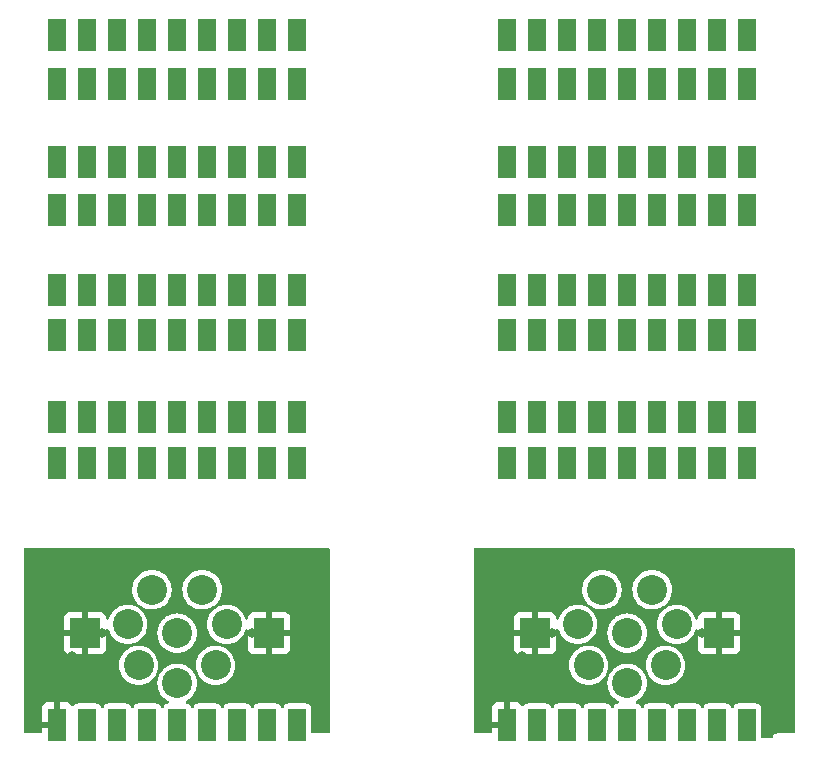
<source format=gbr>
%TF.GenerationSoftware,KiCad,Pcbnew,6.0.11-2627ca5db0~126~ubuntu22.04.1*%
%TF.CreationDate,2023-03-29T10:33:59-07:00*%
%TF.ProjectId,GX16-8P-Horizontal Slot Test,47583136-2d38-4502-9d48-6f72697a6f6e,rev?*%
%TF.SameCoordinates,Original*%
%TF.FileFunction,Copper,L1,Top*%
%TF.FilePolarity,Positive*%
%FSLAX46Y46*%
G04 Gerber Fmt 4.6, Leading zero omitted, Abs format (unit mm)*
G04 Created by KiCad (PCBNEW 6.0.11-2627ca5db0~126~ubuntu22.04.1) date 2023-03-29 10:33:59*
%MOMM*%
%LPD*%
G01*
G04 APERTURE LIST*
%TA.AperFunction,ComponentPad*%
%ADD10C,2.540000*%
%TD*%
%TA.AperFunction,SMDPad,CuDef*%
%ADD11R,2.540000X2.540000*%
%TD*%
%TA.AperFunction,SMDPad,CuDef*%
%ADD12R,1.524000X2.794000*%
%TD*%
%TA.AperFunction,ViaPad*%
%ADD13C,0.800000*%
%TD*%
G04 APERTURE END LIST*
D10*
%TO.P,J1,1,Pin_1*%
%TO.N,Net-(J1-Pad1)*%
X118525000Y-78869000D03*
%TO.P,J1,2,Pin_2*%
%TO.N,Net-(J1-Pad2)*%
X116465000Y-81812000D03*
%TO.P,J1,3,Pin_3*%
%TO.N,Net-(J1-Pad3)*%
X117394000Y-85282000D03*
%TO.P,J1,4,Pin_4*%
%TO.N,Net-(J1-Pad4)*%
X120650000Y-86800000D03*
%TO.P,J1,5,Pin_5*%
%TO.N,Net-(J1-Pad5)*%
X123906000Y-85282000D03*
%TO.P,J1,6,Pin_6*%
%TO.N,Net-(J1-Pad6)*%
X124835000Y-81812000D03*
%TO.P,J1,7,Pin_7*%
%TO.N,Net-(J1-Pad7)*%
X122775000Y-78869000D03*
%TO.P,J1,8,Pin_8*%
%TO.N,Net-(J1-Pad8)*%
X120650000Y-82550000D03*
D11*
%TO.P,J1,MP,MountPin*%
%TO.N,Net-(J1-PadMP)*%
X112850000Y-82550000D03*
X128450000Y-82550000D03*
%TD*%
D12*
%TO.P,J19,1,Pin_1*%
%TO.N,unconnected-(J19-Pad1)*%
X148590000Y-42672000D03*
%TO.P,J19,2,Pin_2*%
%TO.N,unconnected-(J19-Pad2)*%
X151130000Y-42672000D03*
%TO.P,J19,3,Pin_3*%
%TO.N,unconnected-(J19-Pad3)*%
X153670000Y-42672000D03*
%TO.P,J19,4,Pin_4*%
%TO.N,unconnected-(J19-Pad4)*%
X156210000Y-42672000D03*
%TO.P,J19,5,Pin_5*%
%TO.N,unconnected-(J19-Pad5)*%
X158750000Y-42672000D03*
%TO.P,J19,6,Pin_6*%
%TO.N,unconnected-(J19-Pad6)*%
X161290000Y-42672000D03*
%TO.P,J19,7,Pin_7*%
%TO.N,unconnected-(J19-Pad7)*%
X163830000Y-42672000D03*
%TO.P,J19,8,Pin_8*%
%TO.N,unconnected-(J19-Pad8)*%
X166370000Y-42672000D03*
%TO.P,J19,9,Pin_9*%
%TO.N,unconnected-(J19-Pad9)*%
X168910000Y-42672000D03*
%TD*%
%TO.P,J5,1,Pin_1*%
%TO.N,unconnected-(J5-Pad1)*%
X110490000Y-68148000D03*
%TO.P,J5,2,Pin_2*%
%TO.N,unconnected-(J5-Pad2)*%
X113030000Y-68148000D03*
%TO.P,J5,3,Pin_3*%
%TO.N,unconnected-(J5-Pad3)*%
X115570000Y-68148000D03*
%TO.P,J5,4,Pin_4*%
%TO.N,unconnected-(J5-Pad4)*%
X118110000Y-68148000D03*
%TO.P,J5,5,Pin_5*%
%TO.N,unconnected-(J5-Pad5)*%
X120650000Y-68148000D03*
%TO.P,J5,6,Pin_6*%
%TO.N,unconnected-(J5-Pad6)*%
X123190000Y-68148000D03*
%TO.P,J5,7,Pin_7*%
%TO.N,unconnected-(J5-Pad7)*%
X125730000Y-68148000D03*
%TO.P,J5,8,Pin_8*%
%TO.N,unconnected-(J5-Pad8)*%
X128270000Y-68148000D03*
%TO.P,J5,9,Pin_9*%
%TO.N,unconnected-(J5-Pad9)*%
X130810000Y-68148000D03*
%TD*%
%TO.P,J7,1,Pin_1*%
%TO.N,unconnected-(J7-Pad1)*%
X110490000Y-57326000D03*
%TO.P,J7,2,Pin_2*%
%TO.N,unconnected-(J7-Pad2)*%
X113030000Y-57326000D03*
%TO.P,J7,3,Pin_3*%
%TO.N,unconnected-(J7-Pad3)*%
X115570000Y-57326000D03*
%TO.P,J7,4,Pin_4*%
%TO.N,unconnected-(J7-Pad4)*%
X118110000Y-57326000D03*
%TO.P,J7,5,Pin_5*%
%TO.N,unconnected-(J7-Pad5)*%
X120650000Y-57326000D03*
%TO.P,J7,6,Pin_6*%
%TO.N,unconnected-(J7-Pad6)*%
X123190000Y-57326000D03*
%TO.P,J7,7,Pin_7*%
%TO.N,unconnected-(J7-Pad7)*%
X125730000Y-57326000D03*
%TO.P,J7,8,Pin_8*%
%TO.N,unconnected-(J7-Pad8)*%
X128270000Y-57326000D03*
%TO.P,J7,9,Pin_9*%
%TO.N,unconnected-(J7-Pad9)*%
X130810000Y-57326000D03*
%TD*%
%TO.P,J15,1,Pin_1*%
%TO.N,unconnected-(J15-Pad1)*%
X148590000Y-64262000D03*
%TO.P,J15,2,Pin_2*%
%TO.N,unconnected-(J15-Pad2)*%
X151130000Y-64262000D03*
%TO.P,J15,3,Pin_3*%
%TO.N,unconnected-(J15-Pad3)*%
X153670000Y-64262000D03*
%TO.P,J15,4,Pin_4*%
%TO.N,unconnected-(J15-Pad4)*%
X156210000Y-64262000D03*
%TO.P,J15,5,Pin_5*%
%TO.N,unconnected-(J15-Pad5)*%
X158750000Y-64262000D03*
%TO.P,J15,6,Pin_6*%
%TO.N,unconnected-(J15-Pad6)*%
X161290000Y-64262000D03*
%TO.P,J15,7,Pin_7*%
%TO.N,unconnected-(J15-Pad7)*%
X163830000Y-64262000D03*
%TO.P,J15,8,Pin_8*%
%TO.N,unconnected-(J15-Pad8)*%
X166370000Y-64262000D03*
%TO.P,J15,9,Pin_9*%
%TO.N,unconnected-(J15-Pad9)*%
X168910000Y-64262000D03*
%TD*%
%TO.P,J21,1,Pin_1*%
%TO.N,unconnected-(J21-Pad1)*%
X148590000Y-31877000D03*
%TO.P,J21,2,Pin_2*%
%TO.N,unconnected-(J21-Pad2)*%
X151130000Y-31877000D03*
%TO.P,J21,3,Pin_3*%
%TO.N,unconnected-(J21-Pad3)*%
X153670000Y-31877000D03*
%TO.P,J21,4,Pin_4*%
%TO.N,unconnected-(J21-Pad4)*%
X156210000Y-31877000D03*
%TO.P,J21,5,Pin_5*%
%TO.N,unconnected-(J21-Pad5)*%
X158750000Y-31877000D03*
%TO.P,J21,6,Pin_6*%
%TO.N,unconnected-(J21-Pad6)*%
X161290000Y-31877000D03*
%TO.P,J21,7,Pin_7*%
%TO.N,unconnected-(J21-Pad7)*%
X163830000Y-31877000D03*
%TO.P,J21,8,Pin_8*%
%TO.N,unconnected-(J21-Pad8)*%
X166370000Y-31877000D03*
%TO.P,J21,9,Pin_9*%
%TO.N,unconnected-(J21-Pad9)*%
X168910000Y-31877000D03*
%TD*%
%TO.P,J11,1,Pin_1*%
%TO.N,unconnected-(J11-Pad1)*%
X110490000Y-36063000D03*
%TO.P,J11,2,Pin_2*%
%TO.N,unconnected-(J11-Pad2)*%
X113030000Y-36063000D03*
%TO.P,J11,3,Pin_3*%
%TO.N,unconnected-(J11-Pad3)*%
X115570000Y-36063000D03*
%TO.P,J11,4,Pin_4*%
%TO.N,unconnected-(J11-Pad4)*%
X118110000Y-36063000D03*
%TO.P,J11,5,Pin_5*%
%TO.N,unconnected-(J11-Pad5)*%
X120650000Y-36063000D03*
%TO.P,J11,6,Pin_6*%
%TO.N,unconnected-(J11-Pad6)*%
X123190000Y-36063000D03*
%TO.P,J11,7,Pin_7*%
%TO.N,unconnected-(J11-Pad7)*%
X125730000Y-36063000D03*
%TO.P,J11,8,Pin_8*%
%TO.N,unconnected-(J11-Pad8)*%
X128270000Y-36063000D03*
%TO.P,J11,9,Pin_9*%
%TO.N,unconnected-(J11-Pad9)*%
X130810000Y-36063000D03*
%TD*%
%TO.P,J2,1,Pin_1*%
%TO.N,Net-(J1-PadMP)*%
X110490000Y-90297000D03*
%TO.P,J2,2,Pin_2*%
%TO.N,Net-(J1-Pad1)*%
X113030000Y-90297000D03*
%TO.P,J2,3,Pin_3*%
%TO.N,Net-(J1-Pad2)*%
X115570000Y-90297000D03*
%TO.P,J2,4,Pin_4*%
%TO.N,Net-(J1-Pad3)*%
X118110000Y-90297000D03*
%TO.P,J2,5,Pin_5*%
%TO.N,Net-(J1-Pad4)*%
X120650000Y-90297000D03*
%TO.P,J2,6,Pin_6*%
%TO.N,Net-(J1-Pad5)*%
X123190000Y-90297000D03*
%TO.P,J2,7,Pin_7*%
%TO.N,Net-(J1-Pad6)*%
X125730000Y-90297000D03*
%TO.P,J2,8,Pin_8*%
%TO.N,Net-(J1-Pad7)*%
X128270000Y-90297000D03*
%TO.P,J2,9,Pin_9*%
%TO.N,Net-(J1-Pad8)*%
X130810000Y-90297000D03*
%TD*%
%TO.P,J13,1,Pin_1*%
%TO.N,Net-(J12-PadMP)*%
X148590000Y-90297000D03*
%TO.P,J13,2,Pin_2*%
%TO.N,Net-(J12-Pad1)*%
X151130000Y-90297000D03*
%TO.P,J13,3,Pin_3*%
%TO.N,Net-(J12-Pad2)*%
X153670000Y-90297000D03*
%TO.P,J13,4,Pin_4*%
%TO.N,Net-(J12-Pad3)*%
X156210000Y-90297000D03*
%TO.P,J13,5,Pin_5*%
%TO.N,Net-(J12-Pad4)*%
X158750000Y-90297000D03*
%TO.P,J13,6,Pin_6*%
%TO.N,Net-(J12-Pad5)*%
X161290000Y-90297000D03*
%TO.P,J13,7,Pin_7*%
%TO.N,Net-(J12-Pad6)*%
X163830000Y-90297000D03*
%TO.P,J13,8,Pin_8*%
%TO.N,Net-(J12-Pad7)*%
X166370000Y-90297000D03*
%TO.P,J13,9,Pin_9*%
%TO.N,Net-(J12-Pad8)*%
X168910000Y-90297000D03*
%TD*%
%TO.P,J20,1,Pin_1*%
%TO.N,unconnected-(J20-Pad1)*%
X148590000Y-46758000D03*
%TO.P,J20,2,Pin_2*%
%TO.N,unconnected-(J20-Pad2)*%
X151130000Y-46758000D03*
%TO.P,J20,3,Pin_3*%
%TO.N,unconnected-(J20-Pad3)*%
X153670000Y-46758000D03*
%TO.P,J20,4,Pin_4*%
%TO.N,unconnected-(J20-Pad4)*%
X156210000Y-46758000D03*
%TO.P,J20,5,Pin_5*%
%TO.N,unconnected-(J20-Pad5)*%
X158750000Y-46758000D03*
%TO.P,J20,6,Pin_6*%
%TO.N,unconnected-(J20-Pad6)*%
X161290000Y-46758000D03*
%TO.P,J20,7,Pin_7*%
%TO.N,unconnected-(J20-Pad7)*%
X163830000Y-46758000D03*
%TO.P,J20,8,Pin_8*%
%TO.N,unconnected-(J20-Pad8)*%
X166370000Y-46758000D03*
%TO.P,J20,9,Pin_9*%
%TO.N,unconnected-(J20-Pad9)*%
X168910000Y-46758000D03*
%TD*%
%TO.P,J17,1,Pin_1*%
%TO.N,unconnected-(J17-Pad1)*%
X148590000Y-53467000D03*
%TO.P,J17,2,Pin_2*%
%TO.N,unconnected-(J17-Pad2)*%
X151130000Y-53467000D03*
%TO.P,J17,3,Pin_3*%
%TO.N,unconnected-(J17-Pad3)*%
X153670000Y-53467000D03*
%TO.P,J17,4,Pin_4*%
%TO.N,unconnected-(J17-Pad4)*%
X156210000Y-53467000D03*
%TO.P,J17,5,Pin_5*%
%TO.N,unconnected-(J17-Pad5)*%
X158750000Y-53467000D03*
%TO.P,J17,6,Pin_6*%
%TO.N,unconnected-(J17-Pad6)*%
X161290000Y-53467000D03*
%TO.P,J17,7,Pin_7*%
%TO.N,unconnected-(J17-Pad7)*%
X163830000Y-53467000D03*
%TO.P,J17,8,Pin_8*%
%TO.N,unconnected-(J17-Pad8)*%
X166370000Y-53467000D03*
%TO.P,J17,9,Pin_9*%
%TO.N,unconnected-(J17-Pad9)*%
X168910000Y-53467000D03*
%TD*%
D10*
%TO.P,J12,1,Pin_1*%
%TO.N,Net-(J12-Pad1)*%
X156625000Y-78869000D03*
%TO.P,J12,2,Pin_2*%
%TO.N,Net-(J12-Pad2)*%
X154565000Y-81812000D03*
%TO.P,J12,3,Pin_3*%
%TO.N,Net-(J12-Pad3)*%
X155494000Y-85282000D03*
%TO.P,J12,4,Pin_4*%
%TO.N,Net-(J12-Pad4)*%
X158750000Y-86800000D03*
%TO.P,J12,5,Pin_5*%
%TO.N,Net-(J12-Pad5)*%
X162006000Y-85282000D03*
%TO.P,J12,6,Pin_6*%
%TO.N,Net-(J12-Pad6)*%
X162935000Y-81812000D03*
%TO.P,J12,7,Pin_7*%
%TO.N,Net-(J12-Pad7)*%
X160875000Y-78869000D03*
%TO.P,J12,8,Pin_8*%
%TO.N,Net-(J12-Pad8)*%
X158750000Y-82550000D03*
D11*
%TO.P,J12,MP,MountPin*%
%TO.N,Net-(J12-PadMP)*%
X150950000Y-82550000D03*
X166550000Y-82550000D03*
%TD*%
D12*
%TO.P,J18,1,Pin_1*%
%TO.N,unconnected-(J18-Pad1)*%
X148590000Y-57326000D03*
%TO.P,J18,2,Pin_2*%
%TO.N,unconnected-(J18-Pad2)*%
X151130000Y-57326000D03*
%TO.P,J18,3,Pin_3*%
%TO.N,unconnected-(J18-Pad3)*%
X153670000Y-57326000D03*
%TO.P,J18,4,Pin_4*%
%TO.N,unconnected-(J18-Pad4)*%
X156210000Y-57326000D03*
%TO.P,J18,5,Pin_5*%
%TO.N,unconnected-(J18-Pad5)*%
X158750000Y-57326000D03*
%TO.P,J18,6,Pin_6*%
%TO.N,unconnected-(J18-Pad6)*%
X161290000Y-57326000D03*
%TO.P,J18,7,Pin_7*%
%TO.N,unconnected-(J18-Pad7)*%
X163830000Y-57326000D03*
%TO.P,J18,8,Pin_8*%
%TO.N,unconnected-(J18-Pad8)*%
X166370000Y-57326000D03*
%TO.P,J18,9,Pin_9*%
%TO.N,unconnected-(J18-Pad9)*%
X168910000Y-57326000D03*
%TD*%
%TO.P,J8,1,Pin_1*%
%TO.N,unconnected-(J8-Pad1)*%
X110490000Y-42672000D03*
%TO.P,J8,2,Pin_2*%
%TO.N,unconnected-(J8-Pad2)*%
X113030000Y-42672000D03*
%TO.P,J8,3,Pin_3*%
%TO.N,unconnected-(J8-Pad3)*%
X115570000Y-42672000D03*
%TO.P,J8,4,Pin_4*%
%TO.N,unconnected-(J8-Pad4)*%
X118110000Y-42672000D03*
%TO.P,J8,5,Pin_5*%
%TO.N,unconnected-(J8-Pad5)*%
X120650000Y-42672000D03*
%TO.P,J8,6,Pin_6*%
%TO.N,unconnected-(J8-Pad6)*%
X123190000Y-42672000D03*
%TO.P,J8,7,Pin_7*%
%TO.N,unconnected-(J8-Pad7)*%
X125730000Y-42672000D03*
%TO.P,J8,8,Pin_8*%
%TO.N,unconnected-(J8-Pad8)*%
X128270000Y-42672000D03*
%TO.P,J8,9,Pin_9*%
%TO.N,unconnected-(J8-Pad9)*%
X130810000Y-42672000D03*
%TD*%
%TO.P,J22,1,Pin_1*%
%TO.N,unconnected-(J22-Pad1)*%
X148590000Y-36063000D03*
%TO.P,J22,2,Pin_2*%
%TO.N,unconnected-(J22-Pad2)*%
X151130000Y-36063000D03*
%TO.P,J22,3,Pin_3*%
%TO.N,unconnected-(J22-Pad3)*%
X153670000Y-36063000D03*
%TO.P,J22,4,Pin_4*%
%TO.N,unconnected-(J22-Pad4)*%
X156210000Y-36063000D03*
%TO.P,J22,5,Pin_5*%
%TO.N,unconnected-(J22-Pad5)*%
X158750000Y-36063000D03*
%TO.P,J22,6,Pin_6*%
%TO.N,unconnected-(J22-Pad6)*%
X161290000Y-36063000D03*
%TO.P,J22,7,Pin_7*%
%TO.N,unconnected-(J22-Pad7)*%
X163830000Y-36063000D03*
%TO.P,J22,8,Pin_8*%
%TO.N,unconnected-(J22-Pad8)*%
X166370000Y-36063000D03*
%TO.P,J22,9,Pin_9*%
%TO.N,unconnected-(J22-Pad9)*%
X168910000Y-36063000D03*
%TD*%
%TO.P,J4,1,Pin_1*%
%TO.N,unconnected-(J4-Pad1)*%
X110490000Y-64262000D03*
%TO.P,J4,2,Pin_2*%
%TO.N,unconnected-(J4-Pad2)*%
X113030000Y-64262000D03*
%TO.P,J4,3,Pin_3*%
%TO.N,unconnected-(J4-Pad3)*%
X115570000Y-64262000D03*
%TO.P,J4,4,Pin_4*%
%TO.N,unconnected-(J4-Pad4)*%
X118110000Y-64262000D03*
%TO.P,J4,5,Pin_5*%
%TO.N,unconnected-(J4-Pad5)*%
X120650000Y-64262000D03*
%TO.P,J4,6,Pin_6*%
%TO.N,unconnected-(J4-Pad6)*%
X123190000Y-64262000D03*
%TO.P,J4,7,Pin_7*%
%TO.N,unconnected-(J4-Pad7)*%
X125730000Y-64262000D03*
%TO.P,J4,8,Pin_8*%
%TO.N,unconnected-(J4-Pad8)*%
X128270000Y-64262000D03*
%TO.P,J4,9,Pin_9*%
%TO.N,unconnected-(J4-Pad9)*%
X130810000Y-64262000D03*
%TD*%
%TO.P,J9,1,Pin_1*%
%TO.N,unconnected-(J9-Pad1)*%
X110490000Y-46758000D03*
%TO.P,J9,2,Pin_2*%
%TO.N,unconnected-(J9-Pad2)*%
X113030000Y-46758000D03*
%TO.P,J9,3,Pin_3*%
%TO.N,unconnected-(J9-Pad3)*%
X115570000Y-46758000D03*
%TO.P,J9,4,Pin_4*%
%TO.N,unconnected-(J9-Pad4)*%
X118110000Y-46758000D03*
%TO.P,J9,5,Pin_5*%
%TO.N,unconnected-(J9-Pad5)*%
X120650000Y-46758000D03*
%TO.P,J9,6,Pin_6*%
%TO.N,unconnected-(J9-Pad6)*%
X123190000Y-46758000D03*
%TO.P,J9,7,Pin_7*%
%TO.N,unconnected-(J9-Pad7)*%
X125730000Y-46758000D03*
%TO.P,J9,8,Pin_8*%
%TO.N,unconnected-(J9-Pad8)*%
X128270000Y-46758000D03*
%TO.P,J9,9,Pin_9*%
%TO.N,unconnected-(J9-Pad9)*%
X130810000Y-46758000D03*
%TD*%
%TO.P,J10,1,Pin_1*%
%TO.N,unconnected-(J10-Pad1)*%
X110490000Y-31877000D03*
%TO.P,J10,2,Pin_2*%
%TO.N,unconnected-(J10-Pad2)*%
X113030000Y-31877000D03*
%TO.P,J10,3,Pin_3*%
%TO.N,unconnected-(J10-Pad3)*%
X115570000Y-31877000D03*
%TO.P,J10,4,Pin_4*%
%TO.N,unconnected-(J10-Pad4)*%
X118110000Y-31877000D03*
%TO.P,J10,5,Pin_5*%
%TO.N,unconnected-(J10-Pad5)*%
X120650000Y-31877000D03*
%TO.P,J10,6,Pin_6*%
%TO.N,unconnected-(J10-Pad6)*%
X123190000Y-31877000D03*
%TO.P,J10,7,Pin_7*%
%TO.N,unconnected-(J10-Pad7)*%
X125730000Y-31877000D03*
%TO.P,J10,8,Pin_8*%
%TO.N,unconnected-(J10-Pad8)*%
X128270000Y-31877000D03*
%TO.P,J10,9,Pin_9*%
%TO.N,unconnected-(J10-Pad9)*%
X130810000Y-31877000D03*
%TD*%
%TO.P,J6,1,Pin_1*%
%TO.N,unconnected-(J6-Pad1)*%
X110490000Y-53467000D03*
%TO.P,J6,2,Pin_2*%
%TO.N,unconnected-(J6-Pad2)*%
X113030000Y-53467000D03*
%TO.P,J6,3,Pin_3*%
%TO.N,unconnected-(J6-Pad3)*%
X115570000Y-53467000D03*
%TO.P,J6,4,Pin_4*%
%TO.N,unconnected-(J6-Pad4)*%
X118110000Y-53467000D03*
%TO.P,J6,5,Pin_5*%
%TO.N,unconnected-(J6-Pad5)*%
X120650000Y-53467000D03*
%TO.P,J6,6,Pin_6*%
%TO.N,unconnected-(J6-Pad6)*%
X123190000Y-53467000D03*
%TO.P,J6,7,Pin_7*%
%TO.N,unconnected-(J6-Pad7)*%
X125730000Y-53467000D03*
%TO.P,J6,8,Pin_8*%
%TO.N,unconnected-(J6-Pad8)*%
X128270000Y-53467000D03*
%TO.P,J6,9,Pin_9*%
%TO.N,unconnected-(J6-Pad9)*%
X130810000Y-53467000D03*
%TD*%
%TO.P,J16,1,Pin_1*%
%TO.N,unconnected-(J16-Pad1)*%
X148590000Y-68148000D03*
%TO.P,J16,2,Pin_2*%
%TO.N,unconnected-(J16-Pad2)*%
X151130000Y-68148000D03*
%TO.P,J16,3,Pin_3*%
%TO.N,unconnected-(J16-Pad3)*%
X153670000Y-68148000D03*
%TO.P,J16,4,Pin_4*%
%TO.N,unconnected-(J16-Pad4)*%
X156210000Y-68148000D03*
%TO.P,J16,5,Pin_5*%
%TO.N,unconnected-(J16-Pad5)*%
X158750000Y-68148000D03*
%TO.P,J16,6,Pin_6*%
%TO.N,unconnected-(J16-Pad6)*%
X161290000Y-68148000D03*
%TO.P,J16,7,Pin_7*%
%TO.N,unconnected-(J16-Pad7)*%
X163830000Y-68148000D03*
%TO.P,J16,8,Pin_8*%
%TO.N,unconnected-(J16-Pad8)*%
X166370000Y-68148000D03*
%TO.P,J16,9,Pin_9*%
%TO.N,unconnected-(J16-Pad9)*%
X168910000Y-68148000D03*
%TD*%
D13*
%TO.N,Net-(J1-Pad1)*%
X113030000Y-89535000D03*
%TO.N,Net-(J1-Pad2)*%
X115570000Y-89535000D03*
%TO.N,Net-(J1-Pad3)*%
X118110000Y-89535000D03*
%TO.N,Net-(J1-Pad4)*%
X120650000Y-89535000D03*
%TO.N,Net-(J1-Pad5)*%
X123190000Y-89535000D03*
%TO.N,Net-(J1-Pad6)*%
X125730000Y-89535000D03*
%TO.N,Net-(J1-Pad7)*%
X128270000Y-89535000D03*
%TO.N,Net-(J1-Pad8)*%
X130810000Y-89535000D03*
%TO.N,Net-(J1-PadMP)*%
X119634000Y-84582000D03*
X114935000Y-78105000D03*
X111760000Y-84455000D03*
X118618000Y-81153000D03*
X129540000Y-85090000D03*
X122555000Y-87630000D03*
X122682000Y-81153000D03*
X126365000Y-78105000D03*
X121666000Y-84582000D03*
X114300000Y-87630000D03*
X127000000Y-87630000D03*
X111760000Y-87630000D03*
X127000000Y-82550000D03*
X114300000Y-82550000D03*
X110490000Y-89535000D03*
X118745000Y-87630000D03*
X129540000Y-87630000D03*
X128270000Y-80010000D03*
X113030000Y-80010000D03*
%TO.N,Net-(J12-Pad1)*%
X151130000Y-89535000D03*
%TO.N,Net-(J12-Pad2)*%
X153670000Y-89535000D03*
%TO.N,Net-(J12-Pad3)*%
X156210000Y-89535000D03*
%TO.N,Net-(J12-Pad4)*%
X158750000Y-89535000D03*
%TO.N,Net-(J12-Pad5)*%
X161290000Y-89535000D03*
%TO.N,Net-(J12-Pad6)*%
X163830000Y-89535000D03*
%TO.N,Net-(J12-Pad7)*%
X166370000Y-89535000D03*
%TO.N,Net-(J12-Pad8)*%
X168910000Y-89535000D03*
%TO.N,Net-(J12-PadMP)*%
X152400000Y-82550000D03*
X153035000Y-78105000D03*
X166370000Y-80010000D03*
X167640000Y-87630000D03*
X149860000Y-87630000D03*
X159766000Y-84582000D03*
X164465000Y-78105000D03*
X160782000Y-81153000D03*
X160655000Y-87630000D03*
X165100000Y-82550000D03*
X152400000Y-87630000D03*
X156718000Y-81153000D03*
X167640000Y-85090000D03*
X156845000Y-87630000D03*
X157734000Y-84582000D03*
X165100000Y-87630000D03*
X149860000Y-84455000D03*
X148590000Y-89535000D03*
X151130000Y-80010000D03*
%TD*%
%TA.AperFunction,Conductor*%
%TO.N,Net-(J12-PadMP)*%
G36*
X172902921Y-75344202D02*
G01*
X172949414Y-75397858D01*
X172960800Y-75450200D01*
X172960800Y-90919800D01*
X172940798Y-90987921D01*
X172887142Y-91034414D01*
X172834800Y-91045800D01*
X171490944Y-91045800D01*
X171471233Y-91044249D01*
X171459793Y-91042437D01*
X171450000Y-91040886D01*
X171440207Y-91042437D01*
X171418974Y-91045800D01*
X171336458Y-91058869D01*
X171336456Y-91058870D01*
X171326667Y-91060420D01*
X171215407Y-91117110D01*
X171127110Y-91205407D01*
X171070420Y-91316667D01*
X171068869Y-91326460D01*
X171068868Y-91326463D01*
X171067719Y-91333714D01*
X171037305Y-91397866D01*
X170977036Y-91435392D01*
X170943271Y-91440000D01*
X170192200Y-91440000D01*
X170124079Y-91419998D01*
X170077586Y-91366342D01*
X170066200Y-91314000D01*
X170066200Y-88868974D01*
X170051580Y-88776667D01*
X169994890Y-88665407D01*
X169906593Y-88577110D01*
X169795333Y-88520420D01*
X169785544Y-88518870D01*
X169785542Y-88518869D01*
X169759167Y-88514692D01*
X169703026Y-88505800D01*
X168116974Y-88505800D01*
X168060833Y-88514692D01*
X168034458Y-88518869D01*
X168034456Y-88518870D01*
X168024667Y-88520420D01*
X167913407Y-88577110D01*
X167825110Y-88665407D01*
X167768420Y-88776667D01*
X167766870Y-88786456D01*
X167766869Y-88786458D01*
X167764449Y-88801739D01*
X167734037Y-88865892D01*
X167673768Y-88903419D01*
X167602779Y-88902405D01*
X167543607Y-88863172D01*
X167515551Y-88801739D01*
X167513131Y-88786458D01*
X167513130Y-88786456D01*
X167511580Y-88776667D01*
X167454890Y-88665407D01*
X167366593Y-88577110D01*
X167255333Y-88520420D01*
X167245544Y-88518870D01*
X167245542Y-88518869D01*
X167219167Y-88514692D01*
X167163026Y-88505800D01*
X165576974Y-88505800D01*
X165520833Y-88514692D01*
X165494458Y-88518869D01*
X165494456Y-88518870D01*
X165484667Y-88520420D01*
X165373407Y-88577110D01*
X165285110Y-88665407D01*
X165228420Y-88776667D01*
X165226870Y-88786456D01*
X165226869Y-88786458D01*
X165224449Y-88801739D01*
X165194037Y-88865892D01*
X165133768Y-88903419D01*
X165062779Y-88902405D01*
X165003607Y-88863172D01*
X164975551Y-88801739D01*
X164973131Y-88786458D01*
X164973130Y-88786456D01*
X164971580Y-88776667D01*
X164914890Y-88665407D01*
X164826593Y-88577110D01*
X164715333Y-88520420D01*
X164705544Y-88518870D01*
X164705542Y-88518869D01*
X164679167Y-88514692D01*
X164623026Y-88505800D01*
X163036974Y-88505800D01*
X162980833Y-88514692D01*
X162954458Y-88518869D01*
X162954456Y-88518870D01*
X162944667Y-88520420D01*
X162833407Y-88577110D01*
X162745110Y-88665407D01*
X162688420Y-88776667D01*
X162686870Y-88786456D01*
X162686869Y-88786458D01*
X162684449Y-88801739D01*
X162654037Y-88865892D01*
X162593768Y-88903419D01*
X162522779Y-88902405D01*
X162463607Y-88863172D01*
X162435551Y-88801739D01*
X162433131Y-88786458D01*
X162433130Y-88786456D01*
X162431580Y-88776667D01*
X162374890Y-88665407D01*
X162286593Y-88577110D01*
X162175333Y-88520420D01*
X162165544Y-88518870D01*
X162165542Y-88518869D01*
X162139167Y-88514692D01*
X162083026Y-88505800D01*
X160496974Y-88505800D01*
X160440833Y-88514692D01*
X160414458Y-88518869D01*
X160414456Y-88518870D01*
X160404667Y-88520420D01*
X160293407Y-88577110D01*
X160205110Y-88665407D01*
X160148420Y-88776667D01*
X160146870Y-88786456D01*
X160146869Y-88786458D01*
X160144449Y-88801739D01*
X160114037Y-88865892D01*
X160053768Y-88903419D01*
X159982779Y-88902405D01*
X159923607Y-88863172D01*
X159895551Y-88801739D01*
X159893131Y-88786458D01*
X159893130Y-88786456D01*
X159891580Y-88776667D01*
X159834890Y-88665407D01*
X159746593Y-88577110D01*
X159635333Y-88520420D01*
X159625542Y-88518869D01*
X159625541Y-88518869D01*
X159570107Y-88510089D01*
X159505954Y-88479676D01*
X159468427Y-88419408D01*
X159469441Y-88348419D01*
X159508674Y-88289247D01*
X159523515Y-88278496D01*
X159730935Y-88150141D01*
X159919724Y-87990319D01*
X160000545Y-87898161D01*
X160079734Y-87807864D01*
X160079738Y-87807859D01*
X160082816Y-87804349D01*
X160216628Y-87596314D01*
X160318221Y-87370786D01*
X160385363Y-87132718D01*
X160401233Y-87007969D01*
X160416181Y-86890473D01*
X160416181Y-86890467D01*
X160416579Y-86887342D01*
X160417297Y-86859944D01*
X160417863Y-86838306D01*
X160418866Y-86800000D01*
X160400535Y-86553326D01*
X160399269Y-86547728D01*
X160346975Y-86316628D01*
X160345944Y-86312071D01*
X160334412Y-86282416D01*
X160257987Y-86085888D01*
X160257986Y-86085885D01*
X160256294Y-86081535D01*
X160252018Y-86074053D01*
X160135872Y-85870839D01*
X160135870Y-85870837D01*
X160133553Y-85866782D01*
X159980417Y-85672530D01*
X159800251Y-85503048D01*
X159768057Y-85480714D01*
X159600856Y-85364721D01*
X159600853Y-85364719D01*
X159597014Y-85362056D01*
X159592824Y-85359990D01*
X159592821Y-85359988D01*
X159379356Y-85254719D01*
X159379353Y-85254718D01*
X159375168Y-85252654D01*
X159331823Y-85238779D01*
X159330370Y-85238314D01*
X160337706Y-85238314D01*
X160337930Y-85242981D01*
X160337930Y-85242986D01*
X160338494Y-85254719D01*
X160349573Y-85485384D01*
X160397830Y-85727985D01*
X160481415Y-85960789D01*
X160598493Y-86178681D01*
X160746491Y-86376875D01*
X160749800Y-86380155D01*
X160749805Y-86380161D01*
X160880988Y-86510204D01*
X160922158Y-86551016D01*
X160925920Y-86553774D01*
X160925923Y-86553777D01*
X161036152Y-86634600D01*
X161121636Y-86697279D01*
X161125767Y-86699453D01*
X161125768Y-86699453D01*
X161336406Y-86810275D01*
X161336412Y-86810277D01*
X161340541Y-86812450D01*
X161344949Y-86813989D01*
X161344955Y-86813992D01*
X161563963Y-86890473D01*
X161574066Y-86894001D01*
X161578659Y-86894873D01*
X161812490Y-86939267D01*
X161812493Y-86939267D01*
X161817079Y-86940138D01*
X161934588Y-86944755D01*
X162059575Y-86949666D01*
X162059580Y-86949666D01*
X162064243Y-86949849D01*
X162160869Y-86939267D01*
X162305474Y-86923431D01*
X162305480Y-86923430D01*
X162310127Y-86922921D01*
X162433373Y-86890473D01*
X162544807Y-86861135D01*
X162544809Y-86861134D01*
X162549330Y-86859944D01*
X162659875Y-86812450D01*
X162772303Y-86764147D01*
X162772305Y-86764146D01*
X162776597Y-86762302D01*
X162881673Y-86697279D01*
X162982962Y-86634600D01*
X162982966Y-86634597D01*
X162986935Y-86632141D01*
X163175724Y-86472319D01*
X163256545Y-86380161D01*
X163335734Y-86289864D01*
X163335738Y-86289859D01*
X163338816Y-86286349D01*
X163341346Y-86282416D01*
X163470100Y-86082245D01*
X163470103Y-86082240D01*
X163472628Y-86078314D01*
X163574221Y-85852786D01*
X163641363Y-85614718D01*
X163651313Y-85536504D01*
X163672181Y-85372473D01*
X163672181Y-85372467D01*
X163672579Y-85369342D01*
X163673338Y-85340377D01*
X163674783Y-85285160D01*
X163674866Y-85282000D01*
X163672685Y-85252654D01*
X163656881Y-85039978D01*
X163656880Y-85039974D01*
X163656535Y-85035326D01*
X163647832Y-84996862D01*
X163602975Y-84798628D01*
X163601944Y-84794071D01*
X163600251Y-84789717D01*
X163513987Y-84567888D01*
X163513986Y-84567885D01*
X163512294Y-84563535D01*
X163509976Y-84559479D01*
X163391872Y-84352839D01*
X163391870Y-84352837D01*
X163389553Y-84348782D01*
X163236417Y-84154530D01*
X163056251Y-83985048D01*
X163052404Y-83982379D01*
X162882728Y-83864669D01*
X164772001Y-83864669D01*
X164772371Y-83871490D01*
X164777895Y-83922352D01*
X164781521Y-83937604D01*
X164826676Y-84058054D01*
X164835214Y-84073649D01*
X164911715Y-84175724D01*
X164924276Y-84188285D01*
X165026351Y-84264786D01*
X165041946Y-84273324D01*
X165162394Y-84318478D01*
X165177649Y-84322105D01*
X165228514Y-84327631D01*
X165235328Y-84328000D01*
X166277885Y-84328000D01*
X166293124Y-84323525D01*
X166294329Y-84322135D01*
X166296000Y-84314452D01*
X166296000Y-84309884D01*
X166804000Y-84309884D01*
X166808475Y-84325123D01*
X166809865Y-84326328D01*
X166817548Y-84327999D01*
X167864669Y-84327999D01*
X167871490Y-84327629D01*
X167922352Y-84322105D01*
X167937604Y-84318479D01*
X168058054Y-84273324D01*
X168073649Y-84264786D01*
X168175724Y-84188285D01*
X168188285Y-84175724D01*
X168264786Y-84073649D01*
X168273324Y-84058054D01*
X168318478Y-83937606D01*
X168322105Y-83922351D01*
X168327631Y-83871486D01*
X168328000Y-83864672D01*
X168328000Y-82822115D01*
X168323525Y-82806876D01*
X168322135Y-82805671D01*
X168314452Y-82804000D01*
X166822115Y-82804000D01*
X166806876Y-82808475D01*
X166805671Y-82809865D01*
X166804000Y-82817548D01*
X166804000Y-84309884D01*
X166296000Y-84309884D01*
X166296000Y-82822115D01*
X166291525Y-82806876D01*
X166290135Y-82805671D01*
X166282452Y-82804000D01*
X164790116Y-82804000D01*
X164774877Y-82808475D01*
X164773672Y-82809865D01*
X164772001Y-82817548D01*
X164772001Y-83864669D01*
X162882728Y-83864669D01*
X162856856Y-83846721D01*
X162856853Y-83846719D01*
X162853014Y-83844056D01*
X162848824Y-83841990D01*
X162848821Y-83841988D01*
X162635356Y-83736719D01*
X162635353Y-83736718D01*
X162631168Y-83734654D01*
X162587823Y-83720779D01*
X162400034Y-83660668D01*
X162400036Y-83660668D01*
X162395589Y-83659245D01*
X162261935Y-83637478D01*
X162156063Y-83620236D01*
X162156062Y-83620236D01*
X162151451Y-83619485D01*
X162027785Y-83617866D01*
X161908795Y-83616308D01*
X161908792Y-83616308D01*
X161904118Y-83616247D01*
X161806645Y-83629513D01*
X161663663Y-83648971D01*
X161663656Y-83648972D01*
X161659023Y-83649603D01*
X161654533Y-83650912D01*
X161654527Y-83650913D01*
X161553781Y-83680278D01*
X161421551Y-83718820D01*
X161417304Y-83720778D01*
X161417301Y-83720779D01*
X161390291Y-83733231D01*
X161196918Y-83822377D01*
X161193009Y-83824940D01*
X160993969Y-83955436D01*
X160993965Y-83955439D01*
X160990059Y-83958000D01*
X160986576Y-83961109D01*
X160986573Y-83961111D01*
X160962744Y-83982379D01*
X160805518Y-84122708D01*
X160647350Y-84312885D01*
X160519030Y-84524351D01*
X160517221Y-84528665D01*
X160517220Y-84528667D01*
X160504300Y-84559479D01*
X160423375Y-84752461D01*
X160362488Y-84992204D01*
X160337706Y-85238314D01*
X159330370Y-85238314D01*
X159144034Y-85178668D01*
X159144036Y-85178668D01*
X159139589Y-85177245D01*
X159005935Y-85155478D01*
X158900063Y-85138236D01*
X158900062Y-85138236D01*
X158895451Y-85137485D01*
X158771784Y-85135866D01*
X158652795Y-85134308D01*
X158652792Y-85134308D01*
X158648118Y-85134247D01*
X158550645Y-85147513D01*
X158407663Y-85166971D01*
X158407656Y-85166972D01*
X158403023Y-85167603D01*
X158398533Y-85168912D01*
X158398527Y-85168913D01*
X158297781Y-85198278D01*
X158165551Y-85236820D01*
X158161304Y-85238778D01*
X158161301Y-85238779D01*
X158134291Y-85251231D01*
X157940918Y-85340377D01*
X157937009Y-85342940D01*
X157737969Y-85473436D01*
X157737965Y-85473439D01*
X157734059Y-85476000D01*
X157730576Y-85479109D01*
X157730573Y-85479111D01*
X157573598Y-85619216D01*
X157549518Y-85640708D01*
X157391350Y-85830885D01*
X157263030Y-86042351D01*
X157261221Y-86046665D01*
X157261220Y-86046667D01*
X157205862Y-86178681D01*
X157167375Y-86270461D01*
X157106488Y-86510204D01*
X157081706Y-86756314D01*
X157081930Y-86760981D01*
X157081930Y-86760986D01*
X157082082Y-86764147D01*
X157093573Y-87003384D01*
X157141830Y-87245985D01*
X157225415Y-87478789D01*
X157342493Y-87696681D01*
X157490491Y-87894875D01*
X157493800Y-87898155D01*
X157493805Y-87898161D01*
X157662841Y-88065728D01*
X157666158Y-88069016D01*
X157669920Y-88071774D01*
X157669923Y-88071777D01*
X157780151Y-88152599D01*
X157865636Y-88215279D01*
X157869769Y-88217453D01*
X157869773Y-88217456D01*
X157975496Y-88273080D01*
X158026468Y-88322499D01*
X158042631Y-88391632D01*
X158018852Y-88458528D01*
X157962681Y-88501949D01*
X157936540Y-88509036D01*
X157891844Y-88516116D01*
X157874459Y-88518869D01*
X157874458Y-88518869D01*
X157864667Y-88520420D01*
X157753407Y-88577110D01*
X157665110Y-88665407D01*
X157608420Y-88776667D01*
X157606870Y-88786456D01*
X157606869Y-88786458D01*
X157604449Y-88801739D01*
X157574037Y-88865892D01*
X157513768Y-88903419D01*
X157442779Y-88902405D01*
X157383607Y-88863172D01*
X157355551Y-88801739D01*
X157353131Y-88786458D01*
X157353130Y-88786456D01*
X157351580Y-88776667D01*
X157294890Y-88665407D01*
X157206593Y-88577110D01*
X157095333Y-88520420D01*
X157085544Y-88518870D01*
X157085542Y-88518869D01*
X157059167Y-88514692D01*
X157003026Y-88505800D01*
X155416974Y-88505800D01*
X155360833Y-88514692D01*
X155334458Y-88518869D01*
X155334456Y-88518870D01*
X155324667Y-88520420D01*
X155213407Y-88577110D01*
X155125110Y-88665407D01*
X155068420Y-88776667D01*
X155066870Y-88786456D01*
X155066869Y-88786458D01*
X155064449Y-88801739D01*
X155034037Y-88865892D01*
X154973768Y-88903419D01*
X154902779Y-88902405D01*
X154843607Y-88863172D01*
X154815551Y-88801739D01*
X154813131Y-88786458D01*
X154813130Y-88786456D01*
X154811580Y-88776667D01*
X154754890Y-88665407D01*
X154666593Y-88577110D01*
X154555333Y-88520420D01*
X154545544Y-88518870D01*
X154545542Y-88518869D01*
X154519167Y-88514692D01*
X154463026Y-88505800D01*
X152876974Y-88505800D01*
X152820833Y-88514692D01*
X152794458Y-88518869D01*
X152794456Y-88518870D01*
X152784667Y-88520420D01*
X152673407Y-88577110D01*
X152585110Y-88665407D01*
X152528420Y-88776667D01*
X152526870Y-88786456D01*
X152526869Y-88786458D01*
X152524449Y-88801739D01*
X152494037Y-88865892D01*
X152433768Y-88903419D01*
X152362779Y-88902405D01*
X152303607Y-88863172D01*
X152275551Y-88801739D01*
X152273131Y-88786458D01*
X152273130Y-88786456D01*
X152271580Y-88776667D01*
X152214890Y-88665407D01*
X152126593Y-88577110D01*
X152015333Y-88520420D01*
X152005544Y-88518870D01*
X152005542Y-88518869D01*
X151979167Y-88514692D01*
X151923026Y-88505800D01*
X150336974Y-88505800D01*
X150280833Y-88514692D01*
X150254458Y-88518869D01*
X150254456Y-88518870D01*
X150244667Y-88520420D01*
X150133407Y-88577110D01*
X150045110Y-88665407D01*
X150040610Y-88674238D01*
X150040609Y-88674240D01*
X150037560Y-88680224D01*
X149988810Y-88731838D01*
X149919895Y-88748903D01*
X149852694Y-88726001D01*
X149807312Y-88667248D01*
X149805325Y-88661948D01*
X149796786Y-88646351D01*
X149720285Y-88544276D01*
X149707724Y-88531715D01*
X149605649Y-88455214D01*
X149590054Y-88446676D01*
X149469606Y-88401522D01*
X149454351Y-88397895D01*
X149403486Y-88392369D01*
X149396672Y-88392000D01*
X148862115Y-88392000D01*
X148846876Y-88396475D01*
X148845671Y-88397865D01*
X148844000Y-88405548D01*
X148844000Y-90425000D01*
X148823998Y-90493121D01*
X148770342Y-90539614D01*
X148718000Y-90551000D01*
X147338116Y-90551000D01*
X147322877Y-90555475D01*
X147321672Y-90556865D01*
X147320001Y-90564548D01*
X147320001Y-90919800D01*
X147299999Y-90987921D01*
X147246343Y-91034414D01*
X147194001Y-91045800D01*
X145935200Y-91045800D01*
X145867079Y-91025798D01*
X145820586Y-90972142D01*
X145809200Y-90919800D01*
X145809200Y-90024885D01*
X147320000Y-90024885D01*
X147324475Y-90040124D01*
X147325865Y-90041329D01*
X147333548Y-90043000D01*
X148317885Y-90043000D01*
X148333124Y-90038525D01*
X148334329Y-90037135D01*
X148336000Y-90029452D01*
X148336000Y-88410116D01*
X148331525Y-88394877D01*
X148330135Y-88393672D01*
X148322452Y-88392001D01*
X147783331Y-88392001D01*
X147776510Y-88392371D01*
X147725648Y-88397895D01*
X147710396Y-88401521D01*
X147589946Y-88446676D01*
X147574351Y-88455214D01*
X147472276Y-88531715D01*
X147459715Y-88544276D01*
X147383214Y-88646351D01*
X147374676Y-88661946D01*
X147329522Y-88782394D01*
X147325895Y-88797649D01*
X147320369Y-88848514D01*
X147320000Y-88855328D01*
X147320000Y-90024885D01*
X145809200Y-90024885D01*
X145809200Y-85238314D01*
X153825706Y-85238314D01*
X153825930Y-85242981D01*
X153825930Y-85242986D01*
X153826494Y-85254719D01*
X153837573Y-85485384D01*
X153885830Y-85727985D01*
X153969415Y-85960789D01*
X154086493Y-86178681D01*
X154234491Y-86376875D01*
X154237800Y-86380155D01*
X154237805Y-86380161D01*
X154368988Y-86510204D01*
X154410158Y-86551016D01*
X154413920Y-86553774D01*
X154413923Y-86553777D01*
X154524152Y-86634600D01*
X154609636Y-86697279D01*
X154613767Y-86699453D01*
X154613768Y-86699453D01*
X154824406Y-86810275D01*
X154824412Y-86810277D01*
X154828541Y-86812450D01*
X154832949Y-86813989D01*
X154832955Y-86813992D01*
X155051963Y-86890473D01*
X155062066Y-86894001D01*
X155066659Y-86894873D01*
X155300490Y-86939267D01*
X155300493Y-86939267D01*
X155305079Y-86940138D01*
X155422588Y-86944755D01*
X155547575Y-86949666D01*
X155547580Y-86949666D01*
X155552243Y-86949849D01*
X155648869Y-86939267D01*
X155793474Y-86923431D01*
X155793480Y-86923430D01*
X155798127Y-86922921D01*
X155921373Y-86890473D01*
X156032807Y-86861135D01*
X156032809Y-86861134D01*
X156037330Y-86859944D01*
X156147875Y-86812450D01*
X156260303Y-86764147D01*
X156260305Y-86764146D01*
X156264597Y-86762302D01*
X156369673Y-86697279D01*
X156470962Y-86634600D01*
X156470966Y-86634597D01*
X156474935Y-86632141D01*
X156663724Y-86472319D01*
X156744545Y-86380161D01*
X156823734Y-86289864D01*
X156823738Y-86289859D01*
X156826816Y-86286349D01*
X156829346Y-86282416D01*
X156958100Y-86082245D01*
X156958103Y-86082240D01*
X156960628Y-86078314D01*
X157062221Y-85852786D01*
X157129363Y-85614718D01*
X157139313Y-85536504D01*
X157160181Y-85372473D01*
X157160181Y-85372467D01*
X157160579Y-85369342D01*
X157161338Y-85340377D01*
X157162783Y-85285160D01*
X157162866Y-85282000D01*
X157160685Y-85252654D01*
X157144881Y-85039978D01*
X157144880Y-85039974D01*
X157144535Y-85035326D01*
X157135832Y-84996862D01*
X157090975Y-84798628D01*
X157089944Y-84794071D01*
X157088251Y-84789717D01*
X157001987Y-84567888D01*
X157001986Y-84567885D01*
X157000294Y-84563535D01*
X156997976Y-84559479D01*
X156879872Y-84352839D01*
X156879870Y-84352837D01*
X156877553Y-84348782D01*
X156724417Y-84154530D01*
X156544251Y-83985048D01*
X156540404Y-83982379D01*
X156344856Y-83846721D01*
X156344853Y-83846719D01*
X156341014Y-83844056D01*
X156336824Y-83841990D01*
X156336821Y-83841988D01*
X156123356Y-83736719D01*
X156123353Y-83736718D01*
X156119168Y-83734654D01*
X156075823Y-83720779D01*
X155888034Y-83660668D01*
X155888036Y-83660668D01*
X155883589Y-83659245D01*
X155749935Y-83637478D01*
X155644063Y-83620236D01*
X155644062Y-83620236D01*
X155639451Y-83619485D01*
X155515785Y-83617866D01*
X155396795Y-83616308D01*
X155396792Y-83616308D01*
X155392118Y-83616247D01*
X155294645Y-83629513D01*
X155151663Y-83648971D01*
X155151656Y-83648972D01*
X155147023Y-83649603D01*
X155142533Y-83650912D01*
X155142527Y-83650913D01*
X155041781Y-83680278D01*
X154909551Y-83718820D01*
X154905304Y-83720778D01*
X154905301Y-83720779D01*
X154878291Y-83733231D01*
X154684918Y-83822377D01*
X154681009Y-83824940D01*
X154481969Y-83955436D01*
X154481965Y-83955439D01*
X154478059Y-83958000D01*
X154474576Y-83961109D01*
X154474573Y-83961111D01*
X154450744Y-83982379D01*
X154293518Y-84122708D01*
X154135350Y-84312885D01*
X154007030Y-84524351D01*
X154005221Y-84528665D01*
X154005220Y-84528667D01*
X153992300Y-84559479D01*
X153911375Y-84752461D01*
X153850488Y-84992204D01*
X153825706Y-85238314D01*
X145809200Y-85238314D01*
X145809200Y-83864669D01*
X149172001Y-83864669D01*
X149172371Y-83871490D01*
X149177895Y-83922352D01*
X149181521Y-83937604D01*
X149226676Y-84058054D01*
X149235214Y-84073649D01*
X149311715Y-84175724D01*
X149324276Y-84188285D01*
X149426351Y-84264786D01*
X149441946Y-84273324D01*
X149562394Y-84318478D01*
X149577649Y-84322105D01*
X149628514Y-84327631D01*
X149635328Y-84328000D01*
X150677885Y-84328000D01*
X150693124Y-84323525D01*
X150694329Y-84322135D01*
X150696000Y-84314452D01*
X150696000Y-84309884D01*
X151204000Y-84309884D01*
X151208475Y-84325123D01*
X151209865Y-84326328D01*
X151217548Y-84327999D01*
X152264669Y-84327999D01*
X152271490Y-84327629D01*
X152322352Y-84322105D01*
X152337604Y-84318479D01*
X152458054Y-84273324D01*
X152473649Y-84264786D01*
X152575724Y-84188285D01*
X152588285Y-84175724D01*
X152664786Y-84073649D01*
X152673324Y-84058054D01*
X152718478Y-83937606D01*
X152722105Y-83922351D01*
X152727631Y-83871486D01*
X152728000Y-83864672D01*
X152728000Y-82822115D01*
X152723525Y-82806876D01*
X152722135Y-82805671D01*
X152714452Y-82804000D01*
X151222115Y-82804000D01*
X151206876Y-82808475D01*
X151205671Y-82809865D01*
X151204000Y-82817548D01*
X151204000Y-84309884D01*
X150696000Y-84309884D01*
X150696000Y-82822115D01*
X150691525Y-82806876D01*
X150690135Y-82805671D01*
X150682452Y-82804000D01*
X149190116Y-82804000D01*
X149174877Y-82808475D01*
X149173672Y-82809865D01*
X149172001Y-82817548D01*
X149172001Y-83864669D01*
X145809200Y-83864669D01*
X145809200Y-82277885D01*
X149172000Y-82277885D01*
X149176475Y-82293124D01*
X149177865Y-82294329D01*
X149185548Y-82296000D01*
X150677885Y-82296000D01*
X150693124Y-82291525D01*
X150694329Y-82290135D01*
X150696000Y-82282452D01*
X150696000Y-82277885D01*
X151204000Y-82277885D01*
X151208475Y-82293124D01*
X151209865Y-82294329D01*
X151217548Y-82296000D01*
X152709884Y-82296000D01*
X152725123Y-82291525D01*
X152734547Y-82280650D01*
X152758340Y-82237075D01*
X152820652Y-82203050D01*
X152891467Y-82208114D01*
X152948303Y-82250660D01*
X152966023Y-82283591D01*
X153040415Y-82490789D01*
X153157493Y-82708681D01*
X153305491Y-82906875D01*
X153308800Y-82910155D01*
X153308805Y-82910161D01*
X153477841Y-83077728D01*
X153481158Y-83081016D01*
X153484920Y-83083774D01*
X153484923Y-83083777D01*
X153595152Y-83164600D01*
X153680636Y-83227279D01*
X153684767Y-83229453D01*
X153684768Y-83229453D01*
X153895406Y-83340275D01*
X153895412Y-83340277D01*
X153899541Y-83342450D01*
X153903949Y-83343989D01*
X153903955Y-83343992D01*
X154128650Y-83422459D01*
X154133066Y-83424001D01*
X154137659Y-83424873D01*
X154371490Y-83469267D01*
X154371493Y-83469267D01*
X154376079Y-83470138D01*
X154493588Y-83474755D01*
X154618575Y-83479666D01*
X154618580Y-83479666D01*
X154623243Y-83479849D01*
X154719869Y-83469267D01*
X154864474Y-83453431D01*
X154864480Y-83453430D01*
X154869127Y-83452921D01*
X154984830Y-83422459D01*
X155103807Y-83391135D01*
X155103809Y-83391134D01*
X155108330Y-83389944D01*
X155200732Y-83350245D01*
X155331303Y-83294147D01*
X155331305Y-83294146D01*
X155335597Y-83292302D01*
X155440673Y-83227279D01*
X155541962Y-83164600D01*
X155541966Y-83164597D01*
X155545935Y-83162141D01*
X155734724Y-83002319D01*
X155815545Y-82910161D01*
X155894734Y-82819864D01*
X155894738Y-82819859D01*
X155897816Y-82816349D01*
X155903909Y-82806876D01*
X156029100Y-82612245D01*
X156029103Y-82612240D01*
X156031628Y-82608314D01*
X156077576Y-82506314D01*
X157081706Y-82506314D01*
X157093573Y-82753384D01*
X157141830Y-82995985D01*
X157225415Y-83228789D01*
X157342493Y-83446681D01*
X157345288Y-83450425D01*
X157345290Y-83450427D01*
X157413110Y-83541249D01*
X157490491Y-83644875D01*
X157493800Y-83648155D01*
X157493805Y-83648161D01*
X157662841Y-83815728D01*
X157666158Y-83819016D01*
X157669920Y-83821774D01*
X157669923Y-83821777D01*
X157861869Y-83962517D01*
X157865636Y-83965279D01*
X157869767Y-83967453D01*
X157869768Y-83967453D01*
X158080406Y-84078275D01*
X158080412Y-84078277D01*
X158084541Y-84080450D01*
X158088949Y-84081989D01*
X158088955Y-84081992D01*
X158313650Y-84160459D01*
X158318066Y-84162001D01*
X158322659Y-84162873D01*
X158556490Y-84207267D01*
X158556493Y-84207267D01*
X158561079Y-84208138D01*
X158678588Y-84212755D01*
X158803575Y-84217666D01*
X158803580Y-84217666D01*
X158808243Y-84217849D01*
X158904869Y-84207267D01*
X159049474Y-84191431D01*
X159049480Y-84191430D01*
X159054127Y-84190921D01*
X159064139Y-84188285D01*
X159288807Y-84129135D01*
X159288809Y-84129134D01*
X159293330Y-84127944D01*
X159305517Y-84122708D01*
X159516303Y-84032147D01*
X159516305Y-84032146D01*
X159520597Y-84030302D01*
X159625673Y-83965279D01*
X159726962Y-83902600D01*
X159726966Y-83902597D01*
X159730935Y-83900141D01*
X159919724Y-83740319D01*
X159941119Y-83715922D01*
X160079734Y-83557864D01*
X160079738Y-83557859D01*
X160082816Y-83554349D01*
X160130854Y-83479666D01*
X160214100Y-83350245D01*
X160214103Y-83350240D01*
X160216628Y-83346314D01*
X160318221Y-83120786D01*
X160385363Y-82882718D01*
X160401233Y-82757969D01*
X160416181Y-82640473D01*
X160416181Y-82640467D01*
X160416579Y-82637342D01*
X160418866Y-82550000D01*
X160415274Y-82501660D01*
X160400881Y-82307978D01*
X160400880Y-82307974D01*
X160400535Y-82303326D01*
X160398878Y-82296000D01*
X160346975Y-82066628D01*
X160345944Y-82062071D01*
X160344251Y-82057717D01*
X160257987Y-81835888D01*
X160257986Y-81835885D01*
X160256294Y-81831535D01*
X160243329Y-81808851D01*
X160220160Y-81768314D01*
X161266706Y-81768314D01*
X161266930Y-81772981D01*
X161266930Y-81772986D01*
X161272848Y-81896185D01*
X161278573Y-82015384D01*
X161326830Y-82257985D01*
X161410415Y-82490789D01*
X161527493Y-82708681D01*
X161675491Y-82906875D01*
X161678800Y-82910155D01*
X161678805Y-82910161D01*
X161847841Y-83077728D01*
X161851158Y-83081016D01*
X161854920Y-83083774D01*
X161854923Y-83083777D01*
X161965152Y-83164600D01*
X162050636Y-83227279D01*
X162054767Y-83229453D01*
X162054768Y-83229453D01*
X162265406Y-83340275D01*
X162265412Y-83340277D01*
X162269541Y-83342450D01*
X162273949Y-83343989D01*
X162273955Y-83343992D01*
X162498650Y-83422459D01*
X162503066Y-83424001D01*
X162507659Y-83424873D01*
X162741490Y-83469267D01*
X162741493Y-83469267D01*
X162746079Y-83470138D01*
X162863588Y-83474755D01*
X162988575Y-83479666D01*
X162988580Y-83479666D01*
X162993243Y-83479849D01*
X163089869Y-83469267D01*
X163234474Y-83453431D01*
X163234480Y-83453430D01*
X163239127Y-83452921D01*
X163354830Y-83422459D01*
X163473807Y-83391135D01*
X163473809Y-83391134D01*
X163478330Y-83389944D01*
X163570732Y-83350245D01*
X163701303Y-83294147D01*
X163701305Y-83294146D01*
X163705597Y-83292302D01*
X163810673Y-83227279D01*
X163911962Y-83164600D01*
X163911966Y-83164597D01*
X163915935Y-83162141D01*
X164104724Y-83002319D01*
X164185545Y-82910161D01*
X164264734Y-82819864D01*
X164264738Y-82819859D01*
X164267816Y-82816349D01*
X164273909Y-82806876D01*
X164399100Y-82612245D01*
X164399103Y-82612240D01*
X164401628Y-82608314D01*
X164503221Y-82382786D01*
X164531164Y-82283707D01*
X164568906Y-82223574D01*
X164633167Y-82193391D01*
X164703545Y-82202741D01*
X164757695Y-82248657D01*
X164773329Y-82282411D01*
X164776475Y-82293124D01*
X164777865Y-82294329D01*
X164785548Y-82296000D01*
X166277885Y-82296000D01*
X166293124Y-82291525D01*
X166294329Y-82290135D01*
X166296000Y-82282452D01*
X166296000Y-82277885D01*
X166804000Y-82277885D01*
X166808475Y-82293124D01*
X166809865Y-82294329D01*
X166817548Y-82296000D01*
X168309884Y-82296000D01*
X168325123Y-82291525D01*
X168326328Y-82290135D01*
X168327999Y-82282452D01*
X168327999Y-81235331D01*
X168327629Y-81228510D01*
X168322105Y-81177648D01*
X168318479Y-81162396D01*
X168273324Y-81041946D01*
X168264786Y-81026351D01*
X168188285Y-80924276D01*
X168175724Y-80911715D01*
X168073649Y-80835214D01*
X168058054Y-80826676D01*
X167937606Y-80781522D01*
X167922351Y-80777895D01*
X167871486Y-80772369D01*
X167864672Y-80772000D01*
X166822115Y-80772000D01*
X166806876Y-80776475D01*
X166805671Y-80777865D01*
X166804000Y-80785548D01*
X166804000Y-82277885D01*
X166296000Y-82277885D01*
X166296000Y-80790116D01*
X166291525Y-80774877D01*
X166290135Y-80773672D01*
X166282452Y-80772001D01*
X165235331Y-80772001D01*
X165228510Y-80772371D01*
X165177648Y-80777895D01*
X165162396Y-80781521D01*
X165041946Y-80826676D01*
X165026351Y-80835214D01*
X164924276Y-80911715D01*
X164911715Y-80924276D01*
X164835214Y-81026351D01*
X164826676Y-81041946D01*
X164781522Y-81162394D01*
X164777895Y-81177649D01*
X164772369Y-81228514D01*
X164772000Y-81235328D01*
X164772000Y-81272292D01*
X164751998Y-81340413D01*
X164698342Y-81386906D01*
X164628068Y-81397010D01*
X164563488Y-81367516D01*
X164528567Y-81317959D01*
X164504572Y-81256254D01*
X164474004Y-81177648D01*
X164442987Y-81097888D01*
X164442986Y-81097885D01*
X164441294Y-81093535D01*
X164438371Y-81088420D01*
X164320872Y-80882839D01*
X164320870Y-80882837D01*
X164318553Y-80878782D01*
X164165417Y-80684530D01*
X163985251Y-80515048D01*
X163976144Y-80508730D01*
X163785856Y-80376721D01*
X163785853Y-80376719D01*
X163782014Y-80374056D01*
X163777824Y-80371990D01*
X163777821Y-80371988D01*
X163564356Y-80266719D01*
X163564353Y-80266718D01*
X163560168Y-80264654D01*
X163516823Y-80250779D01*
X163329034Y-80190668D01*
X163329036Y-80190668D01*
X163324589Y-80189245D01*
X163190935Y-80167478D01*
X163085063Y-80150236D01*
X163085062Y-80150236D01*
X163080451Y-80149485D01*
X162956784Y-80147866D01*
X162837795Y-80146308D01*
X162837792Y-80146308D01*
X162833118Y-80146247D01*
X162735645Y-80159513D01*
X162592663Y-80178971D01*
X162592656Y-80178972D01*
X162588023Y-80179603D01*
X162583533Y-80180912D01*
X162583527Y-80180913D01*
X162482781Y-80210278D01*
X162350551Y-80248820D01*
X162346304Y-80250778D01*
X162346301Y-80250779D01*
X162262282Y-80289512D01*
X162125918Y-80352377D01*
X162122009Y-80354940D01*
X161922969Y-80485436D01*
X161922965Y-80485439D01*
X161919059Y-80488000D01*
X161915576Y-80491109D01*
X161915573Y-80491111D01*
X161894498Y-80509921D01*
X161734518Y-80652708D01*
X161576350Y-80842885D01*
X161448030Y-81054351D01*
X161446221Y-81058665D01*
X161446220Y-81058667D01*
X161363365Y-81256254D01*
X161352375Y-81282461D01*
X161351224Y-81286993D01*
X161351223Y-81286996D01*
X161342913Y-81319717D01*
X161291488Y-81522204D01*
X161266706Y-81768314D01*
X160220160Y-81768314D01*
X160135872Y-81620839D01*
X160135870Y-81620837D01*
X160133553Y-81616782D01*
X159980417Y-81422530D01*
X159800251Y-81253048D01*
X159796404Y-81250379D01*
X159600856Y-81114721D01*
X159600853Y-81114719D01*
X159597014Y-81112056D01*
X159592824Y-81109990D01*
X159592821Y-81109988D01*
X159379356Y-81004719D01*
X159379353Y-81004718D01*
X159375168Y-81002654D01*
X159331823Y-80988779D01*
X159144034Y-80928668D01*
X159144036Y-80928668D01*
X159139589Y-80927245D01*
X159005935Y-80905478D01*
X158900063Y-80888236D01*
X158900062Y-80888236D01*
X158895451Y-80887485D01*
X158771784Y-80885866D01*
X158652795Y-80884308D01*
X158652792Y-80884308D01*
X158648118Y-80884247D01*
X158550645Y-80897513D01*
X158407663Y-80916971D01*
X158407656Y-80916972D01*
X158403023Y-80917603D01*
X158398533Y-80918912D01*
X158398527Y-80918913D01*
X158297781Y-80948278D01*
X158165551Y-80986820D01*
X158161304Y-80988778D01*
X158161301Y-80988779D01*
X158134291Y-81001231D01*
X157940918Y-81090377D01*
X157937009Y-81092940D01*
X157737969Y-81223436D01*
X157737965Y-81223439D01*
X157734059Y-81226000D01*
X157730576Y-81229109D01*
X157730573Y-81229111D01*
X157631027Y-81317959D01*
X157549518Y-81390708D01*
X157391350Y-81580885D01*
X157263030Y-81792351D01*
X157261221Y-81796665D01*
X157261220Y-81796667D01*
X157216852Y-81902473D01*
X157167375Y-82020461D01*
X157106488Y-82260204D01*
X157081706Y-82506314D01*
X156077576Y-82506314D01*
X156133221Y-82382786D01*
X156200363Y-82144718D01*
X156216720Y-82016146D01*
X156231181Y-81902473D01*
X156231181Y-81902467D01*
X156231579Y-81899342D01*
X156233866Y-81812000D01*
X156230274Y-81763660D01*
X156215881Y-81569978D01*
X156215880Y-81569974D01*
X156215535Y-81565326D01*
X156206832Y-81526862D01*
X156161975Y-81328628D01*
X156160944Y-81324071D01*
X156154338Y-81307083D01*
X156072987Y-81097888D01*
X156072986Y-81097885D01*
X156071294Y-81093535D01*
X156068371Y-81088420D01*
X155950872Y-80882839D01*
X155950870Y-80882837D01*
X155948553Y-80878782D01*
X155795417Y-80684530D01*
X155615251Y-80515048D01*
X155606144Y-80508730D01*
X155415856Y-80376721D01*
X155415853Y-80376719D01*
X155412014Y-80374056D01*
X155407824Y-80371990D01*
X155407821Y-80371988D01*
X155194356Y-80266719D01*
X155194353Y-80266718D01*
X155190168Y-80264654D01*
X155146823Y-80250779D01*
X154959034Y-80190668D01*
X154959036Y-80190668D01*
X154954589Y-80189245D01*
X154820935Y-80167478D01*
X154715063Y-80150236D01*
X154715062Y-80150236D01*
X154710451Y-80149485D01*
X154586784Y-80147866D01*
X154467795Y-80146308D01*
X154467792Y-80146308D01*
X154463118Y-80146247D01*
X154365645Y-80159513D01*
X154222663Y-80178971D01*
X154222656Y-80178972D01*
X154218023Y-80179603D01*
X154213533Y-80180912D01*
X154213527Y-80180913D01*
X154112781Y-80210278D01*
X153980551Y-80248820D01*
X153976304Y-80250778D01*
X153976301Y-80250779D01*
X153892282Y-80289512D01*
X153755918Y-80352377D01*
X153752009Y-80354940D01*
X153552969Y-80485436D01*
X153552965Y-80485439D01*
X153549059Y-80488000D01*
X153545576Y-80491109D01*
X153545573Y-80491111D01*
X153524498Y-80509921D01*
X153364518Y-80652708D01*
X153206350Y-80842885D01*
X153078030Y-81054351D01*
X153076221Y-81058665D01*
X153076220Y-81058667D01*
X152993365Y-81256254D01*
X152982375Y-81282461D01*
X152981224Y-81286993D01*
X152976122Y-81307083D01*
X152939967Y-81368184D01*
X152876518Y-81400038D01*
X152805919Y-81392533D01*
X152750585Y-81348051D01*
X152727999Y-81276067D01*
X152727999Y-81235331D01*
X152727629Y-81228510D01*
X152722105Y-81177648D01*
X152718479Y-81162396D01*
X152673324Y-81041946D01*
X152664786Y-81026351D01*
X152588285Y-80924276D01*
X152575724Y-80911715D01*
X152473649Y-80835214D01*
X152458054Y-80826676D01*
X152337606Y-80781522D01*
X152322351Y-80777895D01*
X152271486Y-80772369D01*
X152264672Y-80772000D01*
X151222115Y-80772000D01*
X151206876Y-80776475D01*
X151205671Y-80777865D01*
X151204000Y-80785548D01*
X151204000Y-82277885D01*
X150696000Y-82277885D01*
X150696000Y-80790116D01*
X150691525Y-80774877D01*
X150690135Y-80773672D01*
X150682452Y-80772001D01*
X149635331Y-80772001D01*
X149628510Y-80772371D01*
X149577648Y-80777895D01*
X149562396Y-80781521D01*
X149441946Y-80826676D01*
X149426351Y-80835214D01*
X149324276Y-80911715D01*
X149311715Y-80924276D01*
X149235214Y-81026351D01*
X149226676Y-81041946D01*
X149181522Y-81162394D01*
X149177895Y-81177649D01*
X149172369Y-81228514D01*
X149172000Y-81235328D01*
X149172000Y-82277885D01*
X145809200Y-82277885D01*
X145809200Y-78825314D01*
X154956706Y-78825314D01*
X154968573Y-79072384D01*
X155016830Y-79314985D01*
X155100415Y-79547789D01*
X155217493Y-79765681D01*
X155365491Y-79963875D01*
X155368800Y-79967155D01*
X155368805Y-79967161D01*
X155537841Y-80134728D01*
X155541158Y-80138016D01*
X155544920Y-80140774D01*
X155544923Y-80140777D01*
X155711930Y-80263231D01*
X155740636Y-80284279D01*
X155744767Y-80286453D01*
X155744768Y-80286453D01*
X155955406Y-80397275D01*
X155955412Y-80397277D01*
X155959541Y-80399450D01*
X155963949Y-80400989D01*
X155963955Y-80400992D01*
X156188650Y-80479459D01*
X156193066Y-80481001D01*
X156197659Y-80481873D01*
X156431490Y-80526267D01*
X156431493Y-80526267D01*
X156436079Y-80527138D01*
X156553588Y-80531755D01*
X156678575Y-80536666D01*
X156678580Y-80536666D01*
X156683243Y-80536849D01*
X156779869Y-80526267D01*
X156924474Y-80510431D01*
X156924480Y-80510430D01*
X156929127Y-80509921D01*
X156933651Y-80508730D01*
X157163807Y-80448135D01*
X157163809Y-80448134D01*
X157168330Y-80446944D01*
X157278875Y-80399450D01*
X157391303Y-80351147D01*
X157391305Y-80351146D01*
X157395597Y-80349302D01*
X157500673Y-80284279D01*
X157601962Y-80221600D01*
X157601966Y-80221597D01*
X157605935Y-80219141D01*
X157794724Y-80059319D01*
X157875545Y-79967161D01*
X157954734Y-79876864D01*
X157954738Y-79876859D01*
X157957816Y-79873349D01*
X158091628Y-79665314D01*
X158193221Y-79439786D01*
X158260363Y-79201718D01*
X158276233Y-79076969D01*
X158291181Y-78959473D01*
X158291181Y-78959467D01*
X158291579Y-78956342D01*
X158293866Y-78869000D01*
X158290620Y-78825314D01*
X159206706Y-78825314D01*
X159218573Y-79072384D01*
X159266830Y-79314985D01*
X159350415Y-79547789D01*
X159467493Y-79765681D01*
X159615491Y-79963875D01*
X159618800Y-79967155D01*
X159618805Y-79967161D01*
X159787841Y-80134728D01*
X159791158Y-80138016D01*
X159794920Y-80140774D01*
X159794923Y-80140777D01*
X159961930Y-80263231D01*
X159990636Y-80284279D01*
X159994767Y-80286453D01*
X159994768Y-80286453D01*
X160205406Y-80397275D01*
X160205412Y-80397277D01*
X160209541Y-80399450D01*
X160213949Y-80400989D01*
X160213955Y-80400992D01*
X160438650Y-80479459D01*
X160443066Y-80481001D01*
X160447659Y-80481873D01*
X160681490Y-80526267D01*
X160681493Y-80526267D01*
X160686079Y-80527138D01*
X160803588Y-80531755D01*
X160928575Y-80536666D01*
X160928580Y-80536666D01*
X160933243Y-80536849D01*
X161029869Y-80526267D01*
X161174474Y-80510431D01*
X161174480Y-80510430D01*
X161179127Y-80509921D01*
X161183651Y-80508730D01*
X161413807Y-80448135D01*
X161413809Y-80448134D01*
X161418330Y-80446944D01*
X161528875Y-80399450D01*
X161641303Y-80351147D01*
X161641305Y-80351146D01*
X161645597Y-80349302D01*
X161750673Y-80284279D01*
X161851962Y-80221600D01*
X161851966Y-80221597D01*
X161855935Y-80219141D01*
X162044724Y-80059319D01*
X162125545Y-79967161D01*
X162204734Y-79876864D01*
X162204738Y-79876859D01*
X162207816Y-79873349D01*
X162341628Y-79665314D01*
X162443221Y-79439786D01*
X162510363Y-79201718D01*
X162526233Y-79076969D01*
X162541181Y-78959473D01*
X162541181Y-78959467D01*
X162541579Y-78956342D01*
X162543866Y-78869000D01*
X162525535Y-78622326D01*
X162516832Y-78583862D01*
X162471975Y-78385628D01*
X162470944Y-78381071D01*
X162469251Y-78376717D01*
X162382987Y-78154888D01*
X162382986Y-78154885D01*
X162381294Y-78150535D01*
X162378976Y-78146479D01*
X162260872Y-77939839D01*
X162260870Y-77939837D01*
X162258553Y-77935782D01*
X162105417Y-77741530D01*
X161925251Y-77572048D01*
X161921404Y-77569379D01*
X161725856Y-77433721D01*
X161725853Y-77433719D01*
X161722014Y-77431056D01*
X161717824Y-77428990D01*
X161717821Y-77428988D01*
X161504356Y-77323719D01*
X161504353Y-77323718D01*
X161500168Y-77321654D01*
X161456823Y-77307779D01*
X161269034Y-77247668D01*
X161269036Y-77247668D01*
X161264589Y-77246245D01*
X161130935Y-77224478D01*
X161025063Y-77207236D01*
X161025062Y-77207236D01*
X161020451Y-77206485D01*
X160896784Y-77204866D01*
X160777795Y-77203308D01*
X160777792Y-77203308D01*
X160773118Y-77203247D01*
X160675645Y-77216513D01*
X160532663Y-77235971D01*
X160532656Y-77235972D01*
X160528023Y-77236603D01*
X160523533Y-77237912D01*
X160523527Y-77237913D01*
X160422781Y-77267278D01*
X160290551Y-77305820D01*
X160286304Y-77307778D01*
X160286301Y-77307779D01*
X160259291Y-77320231D01*
X160065918Y-77409377D01*
X160062009Y-77411940D01*
X159862969Y-77542436D01*
X159862965Y-77542439D01*
X159859059Y-77545000D01*
X159674518Y-77709708D01*
X159516350Y-77899885D01*
X159388030Y-78111351D01*
X159386221Y-78115665D01*
X159386220Y-78115667D01*
X159373300Y-78146479D01*
X159292375Y-78339461D01*
X159231488Y-78579204D01*
X159206706Y-78825314D01*
X158290620Y-78825314D01*
X158275535Y-78622326D01*
X158266832Y-78583862D01*
X158221975Y-78385628D01*
X158220944Y-78381071D01*
X158219251Y-78376717D01*
X158132987Y-78154888D01*
X158132986Y-78154885D01*
X158131294Y-78150535D01*
X158128976Y-78146479D01*
X158010872Y-77939839D01*
X158010870Y-77939837D01*
X158008553Y-77935782D01*
X157855417Y-77741530D01*
X157675251Y-77572048D01*
X157671404Y-77569379D01*
X157475856Y-77433721D01*
X157475853Y-77433719D01*
X157472014Y-77431056D01*
X157467824Y-77428990D01*
X157467821Y-77428988D01*
X157254356Y-77323719D01*
X157254353Y-77323718D01*
X157250168Y-77321654D01*
X157206823Y-77307779D01*
X157019034Y-77247668D01*
X157019036Y-77247668D01*
X157014589Y-77246245D01*
X156880935Y-77224478D01*
X156775063Y-77207236D01*
X156775062Y-77207236D01*
X156770451Y-77206485D01*
X156646784Y-77204866D01*
X156527795Y-77203308D01*
X156527792Y-77203308D01*
X156523118Y-77203247D01*
X156425645Y-77216513D01*
X156282663Y-77235971D01*
X156282656Y-77235972D01*
X156278023Y-77236603D01*
X156273533Y-77237912D01*
X156273527Y-77237913D01*
X156172781Y-77267278D01*
X156040551Y-77305820D01*
X156036304Y-77307778D01*
X156036301Y-77307779D01*
X156009291Y-77320231D01*
X155815918Y-77409377D01*
X155812009Y-77411940D01*
X155612969Y-77542436D01*
X155612965Y-77542439D01*
X155609059Y-77545000D01*
X155424518Y-77709708D01*
X155266350Y-77899885D01*
X155138030Y-78111351D01*
X155136221Y-78115665D01*
X155136220Y-78115667D01*
X155123300Y-78146479D01*
X155042375Y-78339461D01*
X154981488Y-78579204D01*
X154956706Y-78825314D01*
X145809200Y-78825314D01*
X145809200Y-75450200D01*
X145829202Y-75382079D01*
X145882858Y-75335586D01*
X145935200Y-75324200D01*
X172834800Y-75324200D01*
X172902921Y-75344202D01*
G37*
%TD.AperFunction*%
%TD*%
%TA.AperFunction,Conductor*%
%TO.N,Net-(J1-PadMP)*%
G36*
X133532921Y-75344202D02*
G01*
X133579414Y-75397858D01*
X133590800Y-75450200D01*
X133590800Y-90919800D01*
X133570798Y-90987921D01*
X133517142Y-91034414D01*
X133464800Y-91045800D01*
X132120944Y-91045800D01*
X132101233Y-91044249D01*
X132080000Y-91040886D01*
X132080307Y-91038945D01*
X132024079Y-91022435D01*
X131977586Y-90968779D01*
X131966200Y-90916437D01*
X131966200Y-88868974D01*
X131951580Y-88776667D01*
X131894890Y-88665407D01*
X131806593Y-88577110D01*
X131695333Y-88520420D01*
X131685544Y-88518870D01*
X131685542Y-88518869D01*
X131659167Y-88514692D01*
X131603026Y-88505800D01*
X130016974Y-88505800D01*
X129960833Y-88514692D01*
X129934458Y-88518869D01*
X129934456Y-88518870D01*
X129924667Y-88520420D01*
X129813407Y-88577110D01*
X129725110Y-88665407D01*
X129668420Y-88776667D01*
X129666870Y-88786456D01*
X129666869Y-88786458D01*
X129664449Y-88801739D01*
X129634037Y-88865892D01*
X129573768Y-88903419D01*
X129502779Y-88902405D01*
X129443607Y-88863172D01*
X129415551Y-88801739D01*
X129413131Y-88786458D01*
X129413130Y-88786456D01*
X129411580Y-88776667D01*
X129354890Y-88665407D01*
X129266593Y-88577110D01*
X129155333Y-88520420D01*
X129145544Y-88518870D01*
X129145542Y-88518869D01*
X129119167Y-88514692D01*
X129063026Y-88505800D01*
X127476974Y-88505800D01*
X127420833Y-88514692D01*
X127394458Y-88518869D01*
X127394456Y-88518870D01*
X127384667Y-88520420D01*
X127273407Y-88577110D01*
X127185110Y-88665407D01*
X127128420Y-88776667D01*
X127126870Y-88786456D01*
X127126869Y-88786458D01*
X127124449Y-88801739D01*
X127094037Y-88865892D01*
X127033768Y-88903419D01*
X126962779Y-88902405D01*
X126903607Y-88863172D01*
X126875551Y-88801739D01*
X126873131Y-88786458D01*
X126873130Y-88786456D01*
X126871580Y-88776667D01*
X126814890Y-88665407D01*
X126726593Y-88577110D01*
X126615333Y-88520420D01*
X126605544Y-88518870D01*
X126605542Y-88518869D01*
X126579167Y-88514692D01*
X126523026Y-88505800D01*
X124936974Y-88505800D01*
X124880833Y-88514692D01*
X124854458Y-88518869D01*
X124854456Y-88518870D01*
X124844667Y-88520420D01*
X124733407Y-88577110D01*
X124645110Y-88665407D01*
X124588420Y-88776667D01*
X124586870Y-88786456D01*
X124586869Y-88786458D01*
X124584449Y-88801739D01*
X124554037Y-88865892D01*
X124493768Y-88903419D01*
X124422779Y-88902405D01*
X124363607Y-88863172D01*
X124335551Y-88801739D01*
X124333131Y-88786458D01*
X124333130Y-88786456D01*
X124331580Y-88776667D01*
X124274890Y-88665407D01*
X124186593Y-88577110D01*
X124075333Y-88520420D01*
X124065544Y-88518870D01*
X124065542Y-88518869D01*
X124039167Y-88514692D01*
X123983026Y-88505800D01*
X122396974Y-88505800D01*
X122340833Y-88514692D01*
X122314458Y-88518869D01*
X122314456Y-88518870D01*
X122304667Y-88520420D01*
X122193407Y-88577110D01*
X122105110Y-88665407D01*
X122048420Y-88776667D01*
X122046870Y-88786456D01*
X122046869Y-88786458D01*
X122044449Y-88801739D01*
X122014037Y-88865892D01*
X121953768Y-88903419D01*
X121882779Y-88902405D01*
X121823607Y-88863172D01*
X121795551Y-88801739D01*
X121793131Y-88786458D01*
X121793130Y-88786456D01*
X121791580Y-88776667D01*
X121734890Y-88665407D01*
X121646593Y-88577110D01*
X121535333Y-88520420D01*
X121525542Y-88518869D01*
X121525541Y-88518869D01*
X121470107Y-88510089D01*
X121405954Y-88479676D01*
X121368427Y-88419408D01*
X121369441Y-88348419D01*
X121408674Y-88289247D01*
X121423515Y-88278496D01*
X121630935Y-88150141D01*
X121819724Y-87990319D01*
X121900545Y-87898161D01*
X121979734Y-87807864D01*
X121979738Y-87807859D01*
X121982816Y-87804349D01*
X122116628Y-87596314D01*
X122218221Y-87370786D01*
X122285363Y-87132718D01*
X122301233Y-87007969D01*
X122316181Y-86890473D01*
X122316181Y-86890467D01*
X122316579Y-86887342D01*
X122317297Y-86859944D01*
X122317863Y-86838306D01*
X122318866Y-86800000D01*
X122300535Y-86553326D01*
X122299269Y-86547728D01*
X122246975Y-86316628D01*
X122245944Y-86312071D01*
X122234412Y-86282416D01*
X122157987Y-86085888D01*
X122157986Y-86085885D01*
X122156294Y-86081535D01*
X122152018Y-86074053D01*
X122035872Y-85870839D01*
X122035870Y-85870837D01*
X122033553Y-85866782D01*
X121880417Y-85672530D01*
X121700251Y-85503048D01*
X121668057Y-85480714D01*
X121500856Y-85364721D01*
X121500853Y-85364719D01*
X121497014Y-85362056D01*
X121492824Y-85359990D01*
X121492821Y-85359988D01*
X121279356Y-85254719D01*
X121279353Y-85254718D01*
X121275168Y-85252654D01*
X121231823Y-85238779D01*
X121230370Y-85238314D01*
X122237706Y-85238314D01*
X122237930Y-85242981D01*
X122237930Y-85242986D01*
X122238494Y-85254719D01*
X122249573Y-85485384D01*
X122297830Y-85727985D01*
X122381415Y-85960789D01*
X122498493Y-86178681D01*
X122646491Y-86376875D01*
X122649800Y-86380155D01*
X122649805Y-86380161D01*
X122780988Y-86510204D01*
X122822158Y-86551016D01*
X122825920Y-86553774D01*
X122825923Y-86553777D01*
X122936152Y-86634600D01*
X123021636Y-86697279D01*
X123025767Y-86699453D01*
X123025768Y-86699453D01*
X123236406Y-86810275D01*
X123236412Y-86810277D01*
X123240541Y-86812450D01*
X123244949Y-86813989D01*
X123244955Y-86813992D01*
X123463963Y-86890473D01*
X123474066Y-86894001D01*
X123478659Y-86894873D01*
X123712490Y-86939267D01*
X123712493Y-86939267D01*
X123717079Y-86940138D01*
X123834588Y-86944755D01*
X123959575Y-86949666D01*
X123959580Y-86949666D01*
X123964243Y-86949849D01*
X124060869Y-86939267D01*
X124205474Y-86923431D01*
X124205480Y-86923430D01*
X124210127Y-86922921D01*
X124333373Y-86890473D01*
X124444807Y-86861135D01*
X124444809Y-86861134D01*
X124449330Y-86859944D01*
X124559875Y-86812450D01*
X124672303Y-86764147D01*
X124672305Y-86764146D01*
X124676597Y-86762302D01*
X124781673Y-86697279D01*
X124882962Y-86634600D01*
X124882966Y-86634597D01*
X124886935Y-86632141D01*
X125075724Y-86472319D01*
X125156545Y-86380161D01*
X125235734Y-86289864D01*
X125235738Y-86289859D01*
X125238816Y-86286349D01*
X125241346Y-86282416D01*
X125370100Y-86082245D01*
X125370103Y-86082240D01*
X125372628Y-86078314D01*
X125474221Y-85852786D01*
X125541363Y-85614718D01*
X125551313Y-85536504D01*
X125572181Y-85372473D01*
X125572181Y-85372467D01*
X125572579Y-85369342D01*
X125573338Y-85340377D01*
X125574783Y-85285160D01*
X125574866Y-85282000D01*
X125572685Y-85252654D01*
X125556881Y-85039978D01*
X125556880Y-85039974D01*
X125556535Y-85035326D01*
X125547832Y-84996862D01*
X125502975Y-84798628D01*
X125501944Y-84794071D01*
X125500251Y-84789717D01*
X125413987Y-84567888D01*
X125413986Y-84567885D01*
X125412294Y-84563535D01*
X125409976Y-84559479D01*
X125291872Y-84352839D01*
X125291870Y-84352837D01*
X125289553Y-84348782D01*
X125136417Y-84154530D01*
X124956251Y-83985048D01*
X124952404Y-83982379D01*
X124782728Y-83864669D01*
X126672001Y-83864669D01*
X126672371Y-83871490D01*
X126677895Y-83922352D01*
X126681521Y-83937604D01*
X126726676Y-84058054D01*
X126735214Y-84073649D01*
X126811715Y-84175724D01*
X126824276Y-84188285D01*
X126926351Y-84264786D01*
X126941946Y-84273324D01*
X127062394Y-84318478D01*
X127077649Y-84322105D01*
X127128514Y-84327631D01*
X127135328Y-84328000D01*
X128177885Y-84328000D01*
X128193124Y-84323525D01*
X128194329Y-84322135D01*
X128196000Y-84314452D01*
X128196000Y-84309884D01*
X128704000Y-84309884D01*
X128708475Y-84325123D01*
X128709865Y-84326328D01*
X128717548Y-84327999D01*
X129764669Y-84327999D01*
X129771490Y-84327629D01*
X129822352Y-84322105D01*
X129837604Y-84318479D01*
X129958054Y-84273324D01*
X129973649Y-84264786D01*
X130075724Y-84188285D01*
X130088285Y-84175724D01*
X130164786Y-84073649D01*
X130173324Y-84058054D01*
X130218478Y-83937606D01*
X130222105Y-83922351D01*
X130227631Y-83871486D01*
X130228000Y-83864672D01*
X130228000Y-82822115D01*
X130223525Y-82806876D01*
X130222135Y-82805671D01*
X130214452Y-82804000D01*
X128722115Y-82804000D01*
X128706876Y-82808475D01*
X128705671Y-82809865D01*
X128704000Y-82817548D01*
X128704000Y-84309884D01*
X128196000Y-84309884D01*
X128196000Y-82822115D01*
X128191525Y-82806876D01*
X128190135Y-82805671D01*
X128182452Y-82804000D01*
X126690116Y-82804000D01*
X126674877Y-82808475D01*
X126673672Y-82809865D01*
X126672001Y-82817548D01*
X126672001Y-83864669D01*
X124782728Y-83864669D01*
X124756856Y-83846721D01*
X124756853Y-83846719D01*
X124753014Y-83844056D01*
X124748824Y-83841990D01*
X124748821Y-83841988D01*
X124535356Y-83736719D01*
X124535353Y-83736718D01*
X124531168Y-83734654D01*
X124487823Y-83720779D01*
X124300034Y-83660668D01*
X124300036Y-83660668D01*
X124295589Y-83659245D01*
X124161935Y-83637478D01*
X124056063Y-83620236D01*
X124056062Y-83620236D01*
X124051451Y-83619485D01*
X123927785Y-83617866D01*
X123808795Y-83616308D01*
X123808792Y-83616308D01*
X123804118Y-83616247D01*
X123706645Y-83629513D01*
X123563663Y-83648971D01*
X123563656Y-83648972D01*
X123559023Y-83649603D01*
X123554533Y-83650912D01*
X123554527Y-83650913D01*
X123453781Y-83680278D01*
X123321551Y-83718820D01*
X123317304Y-83720778D01*
X123317301Y-83720779D01*
X123290291Y-83733231D01*
X123096918Y-83822377D01*
X123093009Y-83824940D01*
X122893969Y-83955436D01*
X122893965Y-83955439D01*
X122890059Y-83958000D01*
X122886576Y-83961109D01*
X122886573Y-83961111D01*
X122862744Y-83982379D01*
X122705518Y-84122708D01*
X122547350Y-84312885D01*
X122419030Y-84524351D01*
X122417221Y-84528665D01*
X122417220Y-84528667D01*
X122404300Y-84559479D01*
X122323375Y-84752461D01*
X122262488Y-84992204D01*
X122237706Y-85238314D01*
X121230370Y-85238314D01*
X121044034Y-85178668D01*
X121044036Y-85178668D01*
X121039589Y-85177245D01*
X120905935Y-85155478D01*
X120800063Y-85138236D01*
X120800062Y-85138236D01*
X120795451Y-85137485D01*
X120671784Y-85135866D01*
X120552795Y-85134308D01*
X120552792Y-85134308D01*
X120548118Y-85134247D01*
X120450645Y-85147513D01*
X120307663Y-85166971D01*
X120307656Y-85166972D01*
X120303023Y-85167603D01*
X120298533Y-85168912D01*
X120298527Y-85168913D01*
X120197781Y-85198278D01*
X120065551Y-85236820D01*
X120061304Y-85238778D01*
X120061301Y-85238779D01*
X120034291Y-85251231D01*
X119840918Y-85340377D01*
X119837009Y-85342940D01*
X119637969Y-85473436D01*
X119637965Y-85473439D01*
X119634059Y-85476000D01*
X119630576Y-85479109D01*
X119630573Y-85479111D01*
X119473598Y-85619216D01*
X119449518Y-85640708D01*
X119291350Y-85830885D01*
X119163030Y-86042351D01*
X119161221Y-86046665D01*
X119161220Y-86046667D01*
X119105862Y-86178681D01*
X119067375Y-86270461D01*
X119006488Y-86510204D01*
X118981706Y-86756314D01*
X118981930Y-86760981D01*
X118981930Y-86760986D01*
X118982082Y-86764147D01*
X118993573Y-87003384D01*
X119041830Y-87245985D01*
X119125415Y-87478789D01*
X119242493Y-87696681D01*
X119390491Y-87894875D01*
X119393800Y-87898155D01*
X119393805Y-87898161D01*
X119562841Y-88065728D01*
X119566158Y-88069016D01*
X119569920Y-88071774D01*
X119569923Y-88071777D01*
X119680151Y-88152599D01*
X119765636Y-88215279D01*
X119769769Y-88217453D01*
X119769773Y-88217456D01*
X119875496Y-88273080D01*
X119926468Y-88322499D01*
X119942631Y-88391632D01*
X119918852Y-88458528D01*
X119862681Y-88501949D01*
X119836540Y-88509036D01*
X119791844Y-88516116D01*
X119774459Y-88518869D01*
X119774458Y-88518869D01*
X119764667Y-88520420D01*
X119653407Y-88577110D01*
X119565110Y-88665407D01*
X119508420Y-88776667D01*
X119506870Y-88786456D01*
X119506869Y-88786458D01*
X119504449Y-88801739D01*
X119474037Y-88865892D01*
X119413768Y-88903419D01*
X119342779Y-88902405D01*
X119283607Y-88863172D01*
X119255551Y-88801739D01*
X119253131Y-88786458D01*
X119253130Y-88786456D01*
X119251580Y-88776667D01*
X119194890Y-88665407D01*
X119106593Y-88577110D01*
X118995333Y-88520420D01*
X118985544Y-88518870D01*
X118985542Y-88518869D01*
X118959167Y-88514692D01*
X118903026Y-88505800D01*
X117316974Y-88505800D01*
X117260833Y-88514692D01*
X117234458Y-88518869D01*
X117234456Y-88518870D01*
X117224667Y-88520420D01*
X117113407Y-88577110D01*
X117025110Y-88665407D01*
X116968420Y-88776667D01*
X116966870Y-88786456D01*
X116966869Y-88786458D01*
X116964449Y-88801739D01*
X116934037Y-88865892D01*
X116873768Y-88903419D01*
X116802779Y-88902405D01*
X116743607Y-88863172D01*
X116715551Y-88801739D01*
X116713131Y-88786458D01*
X116713130Y-88786456D01*
X116711580Y-88776667D01*
X116654890Y-88665407D01*
X116566593Y-88577110D01*
X116455333Y-88520420D01*
X116445544Y-88518870D01*
X116445542Y-88518869D01*
X116419167Y-88514692D01*
X116363026Y-88505800D01*
X114776974Y-88505800D01*
X114720833Y-88514692D01*
X114694458Y-88518869D01*
X114694456Y-88518870D01*
X114684667Y-88520420D01*
X114573407Y-88577110D01*
X114485110Y-88665407D01*
X114428420Y-88776667D01*
X114426870Y-88786456D01*
X114426869Y-88786458D01*
X114424449Y-88801739D01*
X114394037Y-88865892D01*
X114333768Y-88903419D01*
X114262779Y-88902405D01*
X114203607Y-88863172D01*
X114175551Y-88801739D01*
X114173131Y-88786458D01*
X114173130Y-88786456D01*
X114171580Y-88776667D01*
X114114890Y-88665407D01*
X114026593Y-88577110D01*
X113915333Y-88520420D01*
X113905544Y-88518870D01*
X113905542Y-88518869D01*
X113879167Y-88514692D01*
X113823026Y-88505800D01*
X112236974Y-88505800D01*
X112180833Y-88514692D01*
X112154458Y-88518869D01*
X112154456Y-88518870D01*
X112144667Y-88520420D01*
X112033407Y-88577110D01*
X111945110Y-88665407D01*
X111940610Y-88674238D01*
X111940609Y-88674240D01*
X111937560Y-88680224D01*
X111888810Y-88731838D01*
X111819895Y-88748903D01*
X111752694Y-88726001D01*
X111707312Y-88667248D01*
X111705325Y-88661948D01*
X111696786Y-88646351D01*
X111620285Y-88544276D01*
X111607724Y-88531715D01*
X111505649Y-88455214D01*
X111490054Y-88446676D01*
X111369606Y-88401522D01*
X111354351Y-88397895D01*
X111303486Y-88392369D01*
X111296672Y-88392000D01*
X110762115Y-88392000D01*
X110746876Y-88396475D01*
X110745671Y-88397865D01*
X110744000Y-88405548D01*
X110744000Y-90425000D01*
X110723998Y-90493121D01*
X110670342Y-90539614D01*
X110618000Y-90551000D01*
X109238116Y-90551000D01*
X109222877Y-90555475D01*
X109221672Y-90556865D01*
X109220001Y-90564548D01*
X109220001Y-90919800D01*
X109199999Y-90987921D01*
X109146343Y-91034414D01*
X109094001Y-91045800D01*
X107835200Y-91045800D01*
X107767079Y-91025798D01*
X107720586Y-90972142D01*
X107709200Y-90919800D01*
X107709200Y-90024885D01*
X109220000Y-90024885D01*
X109224475Y-90040124D01*
X109225865Y-90041329D01*
X109233548Y-90043000D01*
X110217885Y-90043000D01*
X110233124Y-90038525D01*
X110234329Y-90037135D01*
X110236000Y-90029452D01*
X110236000Y-88410116D01*
X110231525Y-88394877D01*
X110230135Y-88393672D01*
X110222452Y-88392001D01*
X109683331Y-88392001D01*
X109676510Y-88392371D01*
X109625648Y-88397895D01*
X109610396Y-88401521D01*
X109489946Y-88446676D01*
X109474351Y-88455214D01*
X109372276Y-88531715D01*
X109359715Y-88544276D01*
X109283214Y-88646351D01*
X109274676Y-88661946D01*
X109229522Y-88782394D01*
X109225895Y-88797649D01*
X109220369Y-88848514D01*
X109220000Y-88855328D01*
X109220000Y-90024885D01*
X107709200Y-90024885D01*
X107709200Y-85238314D01*
X115725706Y-85238314D01*
X115725930Y-85242981D01*
X115725930Y-85242986D01*
X115726494Y-85254719D01*
X115737573Y-85485384D01*
X115785830Y-85727985D01*
X115869415Y-85960789D01*
X115986493Y-86178681D01*
X116134491Y-86376875D01*
X116137800Y-86380155D01*
X116137805Y-86380161D01*
X116268988Y-86510204D01*
X116310158Y-86551016D01*
X116313920Y-86553774D01*
X116313923Y-86553777D01*
X116424152Y-86634600D01*
X116509636Y-86697279D01*
X116513767Y-86699453D01*
X116513768Y-86699453D01*
X116724406Y-86810275D01*
X116724412Y-86810277D01*
X116728541Y-86812450D01*
X116732949Y-86813989D01*
X116732955Y-86813992D01*
X116951963Y-86890473D01*
X116962066Y-86894001D01*
X116966659Y-86894873D01*
X117200490Y-86939267D01*
X117200493Y-86939267D01*
X117205079Y-86940138D01*
X117322588Y-86944755D01*
X117447575Y-86949666D01*
X117447580Y-86949666D01*
X117452243Y-86949849D01*
X117548869Y-86939267D01*
X117693474Y-86923431D01*
X117693480Y-86923430D01*
X117698127Y-86922921D01*
X117821373Y-86890473D01*
X117932807Y-86861135D01*
X117932809Y-86861134D01*
X117937330Y-86859944D01*
X118047875Y-86812450D01*
X118160303Y-86764147D01*
X118160305Y-86764146D01*
X118164597Y-86762302D01*
X118269673Y-86697279D01*
X118370962Y-86634600D01*
X118370966Y-86634597D01*
X118374935Y-86632141D01*
X118563724Y-86472319D01*
X118644545Y-86380161D01*
X118723734Y-86289864D01*
X118723738Y-86289859D01*
X118726816Y-86286349D01*
X118729346Y-86282416D01*
X118858100Y-86082245D01*
X118858103Y-86082240D01*
X118860628Y-86078314D01*
X118962221Y-85852786D01*
X119029363Y-85614718D01*
X119039313Y-85536504D01*
X119060181Y-85372473D01*
X119060181Y-85372467D01*
X119060579Y-85369342D01*
X119061338Y-85340377D01*
X119062783Y-85285160D01*
X119062866Y-85282000D01*
X119060685Y-85252654D01*
X119044881Y-85039978D01*
X119044880Y-85039974D01*
X119044535Y-85035326D01*
X119035832Y-84996862D01*
X118990975Y-84798628D01*
X118989944Y-84794071D01*
X118988251Y-84789717D01*
X118901987Y-84567888D01*
X118901986Y-84567885D01*
X118900294Y-84563535D01*
X118897976Y-84559479D01*
X118779872Y-84352839D01*
X118779870Y-84352837D01*
X118777553Y-84348782D01*
X118624417Y-84154530D01*
X118444251Y-83985048D01*
X118440404Y-83982379D01*
X118244856Y-83846721D01*
X118244853Y-83846719D01*
X118241014Y-83844056D01*
X118236824Y-83841990D01*
X118236821Y-83841988D01*
X118023356Y-83736719D01*
X118023353Y-83736718D01*
X118019168Y-83734654D01*
X117975823Y-83720779D01*
X117788034Y-83660668D01*
X117788036Y-83660668D01*
X117783589Y-83659245D01*
X117649935Y-83637478D01*
X117544063Y-83620236D01*
X117544062Y-83620236D01*
X117539451Y-83619485D01*
X117415785Y-83617866D01*
X117296795Y-83616308D01*
X117296792Y-83616308D01*
X117292118Y-83616247D01*
X117194645Y-83629513D01*
X117051663Y-83648971D01*
X117051656Y-83648972D01*
X117047023Y-83649603D01*
X117042533Y-83650912D01*
X117042527Y-83650913D01*
X116941781Y-83680278D01*
X116809551Y-83718820D01*
X116805304Y-83720778D01*
X116805301Y-83720779D01*
X116778291Y-83733231D01*
X116584918Y-83822377D01*
X116581009Y-83824940D01*
X116381969Y-83955436D01*
X116381965Y-83955439D01*
X116378059Y-83958000D01*
X116374576Y-83961109D01*
X116374573Y-83961111D01*
X116350744Y-83982379D01*
X116193518Y-84122708D01*
X116035350Y-84312885D01*
X115907030Y-84524351D01*
X115905221Y-84528665D01*
X115905220Y-84528667D01*
X115892300Y-84559479D01*
X115811375Y-84752461D01*
X115750488Y-84992204D01*
X115725706Y-85238314D01*
X107709200Y-85238314D01*
X107709200Y-83864669D01*
X111072001Y-83864669D01*
X111072371Y-83871490D01*
X111077895Y-83922352D01*
X111081521Y-83937604D01*
X111126676Y-84058054D01*
X111135214Y-84073649D01*
X111211715Y-84175724D01*
X111224276Y-84188285D01*
X111326351Y-84264786D01*
X111341946Y-84273324D01*
X111462394Y-84318478D01*
X111477649Y-84322105D01*
X111528514Y-84327631D01*
X111535328Y-84328000D01*
X112577885Y-84328000D01*
X112593124Y-84323525D01*
X112594329Y-84322135D01*
X112596000Y-84314452D01*
X112596000Y-84309884D01*
X113104000Y-84309884D01*
X113108475Y-84325123D01*
X113109865Y-84326328D01*
X113117548Y-84327999D01*
X114164669Y-84327999D01*
X114171490Y-84327629D01*
X114222352Y-84322105D01*
X114237604Y-84318479D01*
X114358054Y-84273324D01*
X114373649Y-84264786D01*
X114475724Y-84188285D01*
X114488285Y-84175724D01*
X114564786Y-84073649D01*
X114573324Y-84058054D01*
X114618478Y-83937606D01*
X114622105Y-83922351D01*
X114627631Y-83871486D01*
X114628000Y-83864672D01*
X114628000Y-82822115D01*
X114623525Y-82806876D01*
X114622135Y-82805671D01*
X114614452Y-82804000D01*
X113122115Y-82804000D01*
X113106876Y-82808475D01*
X113105671Y-82809865D01*
X113104000Y-82817548D01*
X113104000Y-84309884D01*
X112596000Y-84309884D01*
X112596000Y-82822115D01*
X112591525Y-82806876D01*
X112590135Y-82805671D01*
X112582452Y-82804000D01*
X111090116Y-82804000D01*
X111074877Y-82808475D01*
X111073672Y-82809865D01*
X111072001Y-82817548D01*
X111072001Y-83864669D01*
X107709200Y-83864669D01*
X107709200Y-82277885D01*
X111072000Y-82277885D01*
X111076475Y-82293124D01*
X111077865Y-82294329D01*
X111085548Y-82296000D01*
X112577885Y-82296000D01*
X112593124Y-82291525D01*
X112594329Y-82290135D01*
X112596000Y-82282452D01*
X112596000Y-82277885D01*
X113104000Y-82277885D01*
X113108475Y-82293124D01*
X113109865Y-82294329D01*
X113117548Y-82296000D01*
X114609884Y-82296000D01*
X114625123Y-82291525D01*
X114634547Y-82280650D01*
X114658340Y-82237075D01*
X114720652Y-82203050D01*
X114791467Y-82208114D01*
X114848303Y-82250660D01*
X114866023Y-82283591D01*
X114940415Y-82490789D01*
X115057493Y-82708681D01*
X115205491Y-82906875D01*
X115208800Y-82910155D01*
X115208805Y-82910161D01*
X115377841Y-83077728D01*
X115381158Y-83081016D01*
X115384920Y-83083774D01*
X115384923Y-83083777D01*
X115495152Y-83164600D01*
X115580636Y-83227279D01*
X115584767Y-83229453D01*
X115584768Y-83229453D01*
X115795406Y-83340275D01*
X115795412Y-83340277D01*
X115799541Y-83342450D01*
X115803949Y-83343989D01*
X115803955Y-83343992D01*
X116028650Y-83422459D01*
X116033066Y-83424001D01*
X116037659Y-83424873D01*
X116271490Y-83469267D01*
X116271493Y-83469267D01*
X116276079Y-83470138D01*
X116393588Y-83474755D01*
X116518575Y-83479666D01*
X116518580Y-83479666D01*
X116523243Y-83479849D01*
X116619869Y-83469267D01*
X116764474Y-83453431D01*
X116764480Y-83453430D01*
X116769127Y-83452921D01*
X116884830Y-83422459D01*
X117003807Y-83391135D01*
X117003809Y-83391134D01*
X117008330Y-83389944D01*
X117100732Y-83350245D01*
X117231303Y-83294147D01*
X117231305Y-83294146D01*
X117235597Y-83292302D01*
X117340673Y-83227279D01*
X117441962Y-83164600D01*
X117441966Y-83164597D01*
X117445935Y-83162141D01*
X117634724Y-83002319D01*
X117715545Y-82910161D01*
X117794734Y-82819864D01*
X117794738Y-82819859D01*
X117797816Y-82816349D01*
X117803909Y-82806876D01*
X117929100Y-82612245D01*
X117929103Y-82612240D01*
X117931628Y-82608314D01*
X117977576Y-82506314D01*
X118981706Y-82506314D01*
X118993573Y-82753384D01*
X119041830Y-82995985D01*
X119125415Y-83228789D01*
X119242493Y-83446681D01*
X119245288Y-83450425D01*
X119245290Y-83450427D01*
X119313110Y-83541249D01*
X119390491Y-83644875D01*
X119393800Y-83648155D01*
X119393805Y-83648161D01*
X119562841Y-83815728D01*
X119566158Y-83819016D01*
X119569920Y-83821774D01*
X119569923Y-83821777D01*
X119761869Y-83962517D01*
X119765636Y-83965279D01*
X119769767Y-83967453D01*
X119769768Y-83967453D01*
X119980406Y-84078275D01*
X119980412Y-84078277D01*
X119984541Y-84080450D01*
X119988949Y-84081989D01*
X119988955Y-84081992D01*
X120213650Y-84160459D01*
X120218066Y-84162001D01*
X120222659Y-84162873D01*
X120456490Y-84207267D01*
X120456493Y-84207267D01*
X120461079Y-84208138D01*
X120578588Y-84212755D01*
X120703575Y-84217666D01*
X120703580Y-84217666D01*
X120708243Y-84217849D01*
X120804869Y-84207267D01*
X120949474Y-84191431D01*
X120949480Y-84191430D01*
X120954127Y-84190921D01*
X120964139Y-84188285D01*
X121188807Y-84129135D01*
X121188809Y-84129134D01*
X121193330Y-84127944D01*
X121205517Y-84122708D01*
X121416303Y-84032147D01*
X121416305Y-84032146D01*
X121420597Y-84030302D01*
X121525673Y-83965279D01*
X121626962Y-83902600D01*
X121626966Y-83902597D01*
X121630935Y-83900141D01*
X121819724Y-83740319D01*
X121841119Y-83715922D01*
X121979734Y-83557864D01*
X121979738Y-83557859D01*
X121982816Y-83554349D01*
X122030854Y-83479666D01*
X122114100Y-83350245D01*
X122114103Y-83350240D01*
X122116628Y-83346314D01*
X122218221Y-83120786D01*
X122285363Y-82882718D01*
X122301233Y-82757969D01*
X122316181Y-82640473D01*
X122316181Y-82640467D01*
X122316579Y-82637342D01*
X122318866Y-82550000D01*
X122315274Y-82501660D01*
X122300881Y-82307978D01*
X122300880Y-82307974D01*
X122300535Y-82303326D01*
X122298878Y-82296000D01*
X122246975Y-82066628D01*
X122245944Y-82062071D01*
X122244251Y-82057717D01*
X122157987Y-81835888D01*
X122157986Y-81835885D01*
X122156294Y-81831535D01*
X122143329Y-81808851D01*
X122120160Y-81768314D01*
X123166706Y-81768314D01*
X123166930Y-81772981D01*
X123166930Y-81772986D01*
X123172848Y-81896185D01*
X123178573Y-82015384D01*
X123226830Y-82257985D01*
X123310415Y-82490789D01*
X123427493Y-82708681D01*
X123575491Y-82906875D01*
X123578800Y-82910155D01*
X123578805Y-82910161D01*
X123747841Y-83077728D01*
X123751158Y-83081016D01*
X123754920Y-83083774D01*
X123754923Y-83083777D01*
X123865152Y-83164600D01*
X123950636Y-83227279D01*
X123954767Y-83229453D01*
X123954768Y-83229453D01*
X124165406Y-83340275D01*
X124165412Y-83340277D01*
X124169541Y-83342450D01*
X124173949Y-83343989D01*
X124173955Y-83343992D01*
X124398650Y-83422459D01*
X124403066Y-83424001D01*
X124407659Y-83424873D01*
X124641490Y-83469267D01*
X124641493Y-83469267D01*
X124646079Y-83470138D01*
X124763588Y-83474755D01*
X124888575Y-83479666D01*
X124888580Y-83479666D01*
X124893243Y-83479849D01*
X124989869Y-83469267D01*
X125134474Y-83453431D01*
X125134480Y-83453430D01*
X125139127Y-83452921D01*
X125254830Y-83422459D01*
X125373807Y-83391135D01*
X125373809Y-83391134D01*
X125378330Y-83389944D01*
X125470732Y-83350245D01*
X125601303Y-83294147D01*
X125601305Y-83294146D01*
X125605597Y-83292302D01*
X125710673Y-83227279D01*
X125811962Y-83164600D01*
X125811966Y-83164597D01*
X125815935Y-83162141D01*
X126004724Y-83002319D01*
X126085545Y-82910161D01*
X126164734Y-82819864D01*
X126164738Y-82819859D01*
X126167816Y-82816349D01*
X126173909Y-82806876D01*
X126299100Y-82612245D01*
X126299103Y-82612240D01*
X126301628Y-82608314D01*
X126403221Y-82382786D01*
X126431164Y-82283707D01*
X126468906Y-82223574D01*
X126533167Y-82193391D01*
X126603545Y-82202741D01*
X126657695Y-82248657D01*
X126673329Y-82282411D01*
X126676475Y-82293124D01*
X126677865Y-82294329D01*
X126685548Y-82296000D01*
X128177885Y-82296000D01*
X128193124Y-82291525D01*
X128194329Y-82290135D01*
X128196000Y-82282452D01*
X128196000Y-82277885D01*
X128704000Y-82277885D01*
X128708475Y-82293124D01*
X128709865Y-82294329D01*
X128717548Y-82296000D01*
X130209884Y-82296000D01*
X130225123Y-82291525D01*
X130226328Y-82290135D01*
X130227999Y-82282452D01*
X130227999Y-81235331D01*
X130227629Y-81228510D01*
X130222105Y-81177648D01*
X130218479Y-81162396D01*
X130173324Y-81041946D01*
X130164786Y-81026351D01*
X130088285Y-80924276D01*
X130075724Y-80911715D01*
X129973649Y-80835214D01*
X129958054Y-80826676D01*
X129837606Y-80781522D01*
X129822351Y-80777895D01*
X129771486Y-80772369D01*
X129764672Y-80772000D01*
X128722115Y-80772000D01*
X128706876Y-80776475D01*
X128705671Y-80777865D01*
X128704000Y-80785548D01*
X128704000Y-82277885D01*
X128196000Y-82277885D01*
X128196000Y-80790116D01*
X128191525Y-80774877D01*
X128190135Y-80773672D01*
X128182452Y-80772001D01*
X127135331Y-80772001D01*
X127128510Y-80772371D01*
X127077648Y-80777895D01*
X127062396Y-80781521D01*
X126941946Y-80826676D01*
X126926351Y-80835214D01*
X126824276Y-80911715D01*
X126811715Y-80924276D01*
X126735214Y-81026351D01*
X126726676Y-81041946D01*
X126681522Y-81162394D01*
X126677895Y-81177649D01*
X126672369Y-81228514D01*
X126672000Y-81235328D01*
X126672000Y-81272292D01*
X126651998Y-81340413D01*
X126598342Y-81386906D01*
X126528068Y-81397010D01*
X126463488Y-81367516D01*
X126428567Y-81317959D01*
X126404572Y-81256254D01*
X126374004Y-81177648D01*
X126342987Y-81097888D01*
X126342986Y-81097885D01*
X126341294Y-81093535D01*
X126338371Y-81088420D01*
X126220872Y-80882839D01*
X126220870Y-80882837D01*
X126218553Y-80878782D01*
X126065417Y-80684530D01*
X125885251Y-80515048D01*
X125876144Y-80508730D01*
X125685856Y-80376721D01*
X125685853Y-80376719D01*
X125682014Y-80374056D01*
X125677824Y-80371990D01*
X125677821Y-80371988D01*
X125464356Y-80266719D01*
X125464353Y-80266718D01*
X125460168Y-80264654D01*
X125416823Y-80250779D01*
X125229034Y-80190668D01*
X125229036Y-80190668D01*
X125224589Y-80189245D01*
X125090935Y-80167478D01*
X124985063Y-80150236D01*
X124985062Y-80150236D01*
X124980451Y-80149485D01*
X124856784Y-80147866D01*
X124737795Y-80146308D01*
X124737792Y-80146308D01*
X124733118Y-80146247D01*
X124635645Y-80159513D01*
X124492663Y-80178971D01*
X124492656Y-80178972D01*
X124488023Y-80179603D01*
X124483533Y-80180912D01*
X124483527Y-80180913D01*
X124382781Y-80210278D01*
X124250551Y-80248820D01*
X124246304Y-80250778D01*
X124246301Y-80250779D01*
X124162282Y-80289512D01*
X124025918Y-80352377D01*
X124022009Y-80354940D01*
X123822969Y-80485436D01*
X123822965Y-80485439D01*
X123819059Y-80488000D01*
X123815576Y-80491109D01*
X123815573Y-80491111D01*
X123794498Y-80509921D01*
X123634518Y-80652708D01*
X123476350Y-80842885D01*
X123348030Y-81054351D01*
X123346221Y-81058665D01*
X123346220Y-81058667D01*
X123263365Y-81256254D01*
X123252375Y-81282461D01*
X123251224Y-81286993D01*
X123251223Y-81286996D01*
X123242913Y-81319717D01*
X123191488Y-81522204D01*
X123166706Y-81768314D01*
X122120160Y-81768314D01*
X122035872Y-81620839D01*
X122035870Y-81620837D01*
X122033553Y-81616782D01*
X121880417Y-81422530D01*
X121700251Y-81253048D01*
X121696404Y-81250379D01*
X121500856Y-81114721D01*
X121500853Y-81114719D01*
X121497014Y-81112056D01*
X121492824Y-81109990D01*
X121492821Y-81109988D01*
X121279356Y-81004719D01*
X121279353Y-81004718D01*
X121275168Y-81002654D01*
X121231823Y-80988779D01*
X121044034Y-80928668D01*
X121044036Y-80928668D01*
X121039589Y-80927245D01*
X120905935Y-80905478D01*
X120800063Y-80888236D01*
X120800062Y-80888236D01*
X120795451Y-80887485D01*
X120671784Y-80885866D01*
X120552795Y-80884308D01*
X120552792Y-80884308D01*
X120548118Y-80884247D01*
X120450645Y-80897513D01*
X120307663Y-80916971D01*
X120307656Y-80916972D01*
X120303023Y-80917603D01*
X120298533Y-80918912D01*
X120298527Y-80918913D01*
X120197781Y-80948278D01*
X120065551Y-80986820D01*
X120061304Y-80988778D01*
X120061301Y-80988779D01*
X120034291Y-81001231D01*
X119840918Y-81090377D01*
X119837009Y-81092940D01*
X119637969Y-81223436D01*
X119637965Y-81223439D01*
X119634059Y-81226000D01*
X119630576Y-81229109D01*
X119630573Y-81229111D01*
X119531027Y-81317959D01*
X119449518Y-81390708D01*
X119291350Y-81580885D01*
X119163030Y-81792351D01*
X119161221Y-81796665D01*
X119161220Y-81796667D01*
X119116852Y-81902473D01*
X119067375Y-82020461D01*
X119006488Y-82260204D01*
X118981706Y-82506314D01*
X117977576Y-82506314D01*
X118033221Y-82382786D01*
X118100363Y-82144718D01*
X118116720Y-82016146D01*
X118131181Y-81902473D01*
X118131181Y-81902467D01*
X118131579Y-81899342D01*
X118133866Y-81812000D01*
X118130274Y-81763660D01*
X118115881Y-81569978D01*
X118115880Y-81569974D01*
X118115535Y-81565326D01*
X118106832Y-81526862D01*
X118061975Y-81328628D01*
X118060944Y-81324071D01*
X118054338Y-81307083D01*
X117972987Y-81097888D01*
X117972986Y-81097885D01*
X117971294Y-81093535D01*
X117968371Y-81088420D01*
X117850872Y-80882839D01*
X117850870Y-80882837D01*
X117848553Y-80878782D01*
X117695417Y-80684530D01*
X117515251Y-80515048D01*
X117506144Y-80508730D01*
X117315856Y-80376721D01*
X117315853Y-80376719D01*
X117312014Y-80374056D01*
X117307824Y-80371990D01*
X117307821Y-80371988D01*
X117094356Y-80266719D01*
X117094353Y-80266718D01*
X117090168Y-80264654D01*
X117046823Y-80250779D01*
X116859034Y-80190668D01*
X116859036Y-80190668D01*
X116854589Y-80189245D01*
X116720935Y-80167478D01*
X116615063Y-80150236D01*
X116615062Y-80150236D01*
X116610451Y-80149485D01*
X116486784Y-80147866D01*
X116367795Y-80146308D01*
X116367792Y-80146308D01*
X116363118Y-80146247D01*
X116265645Y-80159513D01*
X116122663Y-80178971D01*
X116122656Y-80178972D01*
X116118023Y-80179603D01*
X116113533Y-80180912D01*
X116113527Y-80180913D01*
X116012781Y-80210278D01*
X115880551Y-80248820D01*
X115876304Y-80250778D01*
X115876301Y-80250779D01*
X115792282Y-80289512D01*
X115655918Y-80352377D01*
X115652009Y-80354940D01*
X115452969Y-80485436D01*
X115452965Y-80485439D01*
X115449059Y-80488000D01*
X115445576Y-80491109D01*
X115445573Y-80491111D01*
X115424498Y-80509921D01*
X115264518Y-80652708D01*
X115106350Y-80842885D01*
X114978030Y-81054351D01*
X114976221Y-81058665D01*
X114976220Y-81058667D01*
X114893365Y-81256254D01*
X114882375Y-81282461D01*
X114881224Y-81286993D01*
X114876122Y-81307083D01*
X114839967Y-81368184D01*
X114776518Y-81400038D01*
X114705919Y-81392533D01*
X114650585Y-81348051D01*
X114627999Y-81276067D01*
X114627999Y-81235331D01*
X114627629Y-81228510D01*
X114622105Y-81177648D01*
X114618479Y-81162396D01*
X114573324Y-81041946D01*
X114564786Y-81026351D01*
X114488285Y-80924276D01*
X114475724Y-80911715D01*
X114373649Y-80835214D01*
X114358054Y-80826676D01*
X114237606Y-80781522D01*
X114222351Y-80777895D01*
X114171486Y-80772369D01*
X114164672Y-80772000D01*
X113122115Y-80772000D01*
X113106876Y-80776475D01*
X113105671Y-80777865D01*
X113104000Y-80785548D01*
X113104000Y-82277885D01*
X112596000Y-82277885D01*
X112596000Y-80790116D01*
X112591525Y-80774877D01*
X112590135Y-80773672D01*
X112582452Y-80772001D01*
X111535331Y-80772001D01*
X111528510Y-80772371D01*
X111477648Y-80777895D01*
X111462396Y-80781521D01*
X111341946Y-80826676D01*
X111326351Y-80835214D01*
X111224276Y-80911715D01*
X111211715Y-80924276D01*
X111135214Y-81026351D01*
X111126676Y-81041946D01*
X111081522Y-81162394D01*
X111077895Y-81177649D01*
X111072369Y-81228514D01*
X111072000Y-81235328D01*
X111072000Y-82277885D01*
X107709200Y-82277885D01*
X107709200Y-78825314D01*
X116856706Y-78825314D01*
X116868573Y-79072384D01*
X116916830Y-79314985D01*
X117000415Y-79547789D01*
X117117493Y-79765681D01*
X117265491Y-79963875D01*
X117268800Y-79967155D01*
X117268805Y-79967161D01*
X117437841Y-80134728D01*
X117441158Y-80138016D01*
X117444920Y-80140774D01*
X117444923Y-80140777D01*
X117611930Y-80263231D01*
X117640636Y-80284279D01*
X117644767Y-80286453D01*
X117644768Y-80286453D01*
X117855406Y-80397275D01*
X117855412Y-80397277D01*
X117859541Y-80399450D01*
X117863949Y-80400989D01*
X117863955Y-80400992D01*
X118088650Y-80479459D01*
X118093066Y-80481001D01*
X118097659Y-80481873D01*
X118331490Y-80526267D01*
X118331493Y-80526267D01*
X118336079Y-80527138D01*
X118453588Y-80531755D01*
X118578575Y-80536666D01*
X118578580Y-80536666D01*
X118583243Y-80536849D01*
X118679869Y-80526267D01*
X118824474Y-80510431D01*
X118824480Y-80510430D01*
X118829127Y-80509921D01*
X118833651Y-80508730D01*
X119063807Y-80448135D01*
X119063809Y-80448134D01*
X119068330Y-80446944D01*
X119178875Y-80399450D01*
X119291303Y-80351147D01*
X119291305Y-80351146D01*
X119295597Y-80349302D01*
X119400673Y-80284279D01*
X119501962Y-80221600D01*
X119501966Y-80221597D01*
X119505935Y-80219141D01*
X119694724Y-80059319D01*
X119775545Y-79967161D01*
X119854734Y-79876864D01*
X119854738Y-79876859D01*
X119857816Y-79873349D01*
X119991628Y-79665314D01*
X120093221Y-79439786D01*
X120160363Y-79201718D01*
X120176233Y-79076969D01*
X120191181Y-78959473D01*
X120191181Y-78959467D01*
X120191579Y-78956342D01*
X120193866Y-78869000D01*
X120190620Y-78825314D01*
X121106706Y-78825314D01*
X121118573Y-79072384D01*
X121166830Y-79314985D01*
X121250415Y-79547789D01*
X121367493Y-79765681D01*
X121515491Y-79963875D01*
X121518800Y-79967155D01*
X121518805Y-79967161D01*
X121687841Y-80134728D01*
X121691158Y-80138016D01*
X121694920Y-80140774D01*
X121694923Y-80140777D01*
X121861930Y-80263231D01*
X121890636Y-80284279D01*
X121894767Y-80286453D01*
X121894768Y-80286453D01*
X122105406Y-80397275D01*
X122105412Y-80397277D01*
X122109541Y-80399450D01*
X122113949Y-80400989D01*
X122113955Y-80400992D01*
X122338650Y-80479459D01*
X122343066Y-80481001D01*
X122347659Y-80481873D01*
X122581490Y-80526267D01*
X122581493Y-80526267D01*
X122586079Y-80527138D01*
X122703588Y-80531755D01*
X122828575Y-80536666D01*
X122828580Y-80536666D01*
X122833243Y-80536849D01*
X122929869Y-80526267D01*
X123074474Y-80510431D01*
X123074480Y-80510430D01*
X123079127Y-80509921D01*
X123083651Y-80508730D01*
X123313807Y-80448135D01*
X123313809Y-80448134D01*
X123318330Y-80446944D01*
X123428875Y-80399450D01*
X123541303Y-80351147D01*
X123541305Y-80351146D01*
X123545597Y-80349302D01*
X123650673Y-80284279D01*
X123751962Y-80221600D01*
X123751966Y-80221597D01*
X123755935Y-80219141D01*
X123944724Y-80059319D01*
X124025545Y-79967161D01*
X124104734Y-79876864D01*
X124104738Y-79876859D01*
X124107816Y-79873349D01*
X124241628Y-79665314D01*
X124343221Y-79439786D01*
X124410363Y-79201718D01*
X124426233Y-79076969D01*
X124441181Y-78959473D01*
X124441181Y-78959467D01*
X124441579Y-78956342D01*
X124443866Y-78869000D01*
X124425535Y-78622326D01*
X124416832Y-78583862D01*
X124371975Y-78385628D01*
X124370944Y-78381071D01*
X124369251Y-78376717D01*
X124282987Y-78154888D01*
X124282986Y-78154885D01*
X124281294Y-78150535D01*
X124278976Y-78146479D01*
X124160872Y-77939839D01*
X124160870Y-77939837D01*
X124158553Y-77935782D01*
X124005417Y-77741530D01*
X123825251Y-77572048D01*
X123821404Y-77569379D01*
X123625856Y-77433721D01*
X123625853Y-77433719D01*
X123622014Y-77431056D01*
X123617824Y-77428990D01*
X123617821Y-77428988D01*
X123404356Y-77323719D01*
X123404353Y-77323718D01*
X123400168Y-77321654D01*
X123356823Y-77307779D01*
X123169034Y-77247668D01*
X123169036Y-77247668D01*
X123164589Y-77246245D01*
X123030935Y-77224478D01*
X122925063Y-77207236D01*
X122925062Y-77207236D01*
X122920451Y-77206485D01*
X122796784Y-77204866D01*
X122677795Y-77203308D01*
X122677792Y-77203308D01*
X122673118Y-77203247D01*
X122575645Y-77216513D01*
X122432663Y-77235971D01*
X122432656Y-77235972D01*
X122428023Y-77236603D01*
X122423533Y-77237912D01*
X122423527Y-77237913D01*
X122322781Y-77267278D01*
X122190551Y-77305820D01*
X122186304Y-77307778D01*
X122186301Y-77307779D01*
X122159291Y-77320231D01*
X121965918Y-77409377D01*
X121962009Y-77411940D01*
X121762969Y-77542436D01*
X121762965Y-77542439D01*
X121759059Y-77545000D01*
X121574518Y-77709708D01*
X121416350Y-77899885D01*
X121288030Y-78111351D01*
X121286221Y-78115665D01*
X121286220Y-78115667D01*
X121273300Y-78146479D01*
X121192375Y-78339461D01*
X121131488Y-78579204D01*
X121106706Y-78825314D01*
X120190620Y-78825314D01*
X120175535Y-78622326D01*
X120166832Y-78583862D01*
X120121975Y-78385628D01*
X120120944Y-78381071D01*
X120119251Y-78376717D01*
X120032987Y-78154888D01*
X120032986Y-78154885D01*
X120031294Y-78150535D01*
X120028976Y-78146479D01*
X119910872Y-77939839D01*
X119910870Y-77939837D01*
X119908553Y-77935782D01*
X119755417Y-77741530D01*
X119575251Y-77572048D01*
X119571404Y-77569379D01*
X119375856Y-77433721D01*
X119375853Y-77433719D01*
X119372014Y-77431056D01*
X119367824Y-77428990D01*
X119367821Y-77428988D01*
X119154356Y-77323719D01*
X119154353Y-77323718D01*
X119150168Y-77321654D01*
X119106823Y-77307779D01*
X118919034Y-77247668D01*
X118919036Y-77247668D01*
X118914589Y-77246245D01*
X118780935Y-77224478D01*
X118675063Y-77207236D01*
X118675062Y-77207236D01*
X118670451Y-77206485D01*
X118546784Y-77204866D01*
X118427795Y-77203308D01*
X118427792Y-77203308D01*
X118423118Y-77203247D01*
X118325645Y-77216513D01*
X118182663Y-77235971D01*
X118182656Y-77235972D01*
X118178023Y-77236603D01*
X118173533Y-77237912D01*
X118173527Y-77237913D01*
X118072781Y-77267278D01*
X117940551Y-77305820D01*
X117936304Y-77307778D01*
X117936301Y-77307779D01*
X117909291Y-77320231D01*
X117715918Y-77409377D01*
X117712009Y-77411940D01*
X117512969Y-77542436D01*
X117512965Y-77542439D01*
X117509059Y-77545000D01*
X117324518Y-77709708D01*
X117166350Y-77899885D01*
X117038030Y-78111351D01*
X117036221Y-78115665D01*
X117036220Y-78115667D01*
X117023300Y-78146479D01*
X116942375Y-78339461D01*
X116881488Y-78579204D01*
X116856706Y-78825314D01*
X107709200Y-78825314D01*
X107709200Y-75450200D01*
X107729202Y-75382079D01*
X107782858Y-75335586D01*
X107835200Y-75324200D01*
X133464800Y-75324200D01*
X133532921Y-75344202D01*
G37*
%TD.AperFunction*%
%TD*%
M02*

</source>
